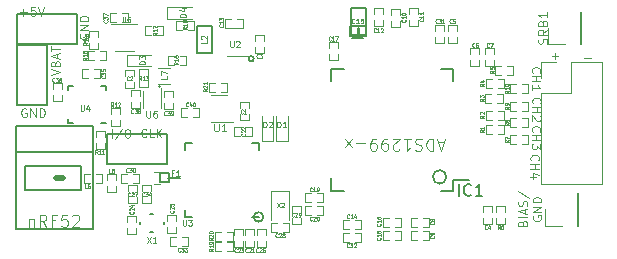
<source format=gto>
G04 #@! TF.FileFunction,Legend,Top*
%FSLAX46Y46*%
G04 Gerber Fmt 4.6, Leading zero omitted, Abs format (unit mm)*
G04 Created by KiCad (PCBNEW 4.0.6) date 09/21/17 15:17:17*
%MOMM*%
%LPD*%
G01*
G04 APERTURE LIST*
%ADD10C,0.150000*%
%ADD11C,0.100000*%
%ADD12C,0.200000*%
%ADD13C,0.125000*%
%ADD14C,0.500000*%
%ADD15C,0.120000*%
%ADD16C,0.071120*%
%ADD17C,0.127000*%
%ADD18C,0.152400*%
%ADD19C,0.250000*%
%ADD20C,0.090000*%
%ADD21C,0.070000*%
%ADD22C,0.114300*%
%ADD23C,0.060000*%
%ADD24C,0.092000*%
%ADD25C,0.095000*%
%ADD26C,0.080000*%
G04 APERTURE END LIST*
D10*
D11*
X271325000Y-115521428D02*
X271289286Y-115592857D01*
X271289286Y-115700000D01*
X271325000Y-115807143D01*
X271396429Y-115878571D01*
X271467857Y-115914286D01*
X271610714Y-115950000D01*
X271717857Y-115950000D01*
X271860714Y-115914286D01*
X271932143Y-115878571D01*
X272003571Y-115807143D01*
X272039286Y-115700000D01*
X272039286Y-115628571D01*
X272003571Y-115521428D01*
X271967857Y-115485714D01*
X271717857Y-115485714D01*
X271717857Y-115628571D01*
X272039286Y-115164286D02*
X271289286Y-115164286D01*
X272039286Y-114735714D01*
X271289286Y-114735714D01*
X272039286Y-114378572D02*
X271289286Y-114378572D01*
X271289286Y-114200000D01*
X271325000Y-114092857D01*
X271396429Y-114021429D01*
X271467857Y-113985714D01*
X271610714Y-113950000D01*
X271717857Y-113950000D01*
X271860714Y-113985714D01*
X271932143Y-114021429D01*
X272003571Y-114092857D01*
X272039286Y-114200000D01*
X272039286Y-114378572D01*
D12*
X265900000Y-123300000D02*
X265900000Y-123290000D01*
X272400000Y-123300000D02*
X265900000Y-123300000D01*
X272400000Y-125500000D02*
X272400000Y-123300000D01*
X265900000Y-125510000D02*
X265900000Y-123310000D01*
X278860000Y-127310000D02*
X278110000Y-127310000D01*
X278860000Y-128060000D02*
X278860000Y-127310000D01*
X278110000Y-128060000D02*
X278860000Y-128060000D01*
X278110000Y-127260000D02*
X278110000Y-128060000D01*
X278780000Y-127700000D02*
X279780000Y-127700000D01*
D11*
X268869286Y-119002142D02*
X269619286Y-118752142D01*
X268869286Y-118502142D01*
X269226429Y-118002143D02*
X269262143Y-117895000D01*
X269297857Y-117859285D01*
X269369286Y-117823571D01*
X269476429Y-117823571D01*
X269547857Y-117859285D01*
X269583571Y-117895000D01*
X269619286Y-117966428D01*
X269619286Y-118252143D01*
X268869286Y-118252143D01*
X268869286Y-118002143D01*
X268905000Y-117930714D01*
X268940714Y-117895000D01*
X269012143Y-117859285D01*
X269083571Y-117859285D01*
X269155000Y-117895000D01*
X269190714Y-117930714D01*
X269226429Y-118002143D01*
X269226429Y-118252143D01*
X269405000Y-117537857D02*
X269405000Y-117180714D01*
X269619286Y-117609285D02*
X268869286Y-117359285D01*
X269619286Y-117109285D01*
X268869286Y-116966428D02*
X268869286Y-116537857D01*
X269619286Y-116752143D02*
X268869286Y-116752143D01*
X266778572Y-121815000D02*
X266707143Y-121779286D01*
X266600000Y-121779286D01*
X266492857Y-121815000D01*
X266421429Y-121886429D01*
X266385714Y-121957857D01*
X266350000Y-122100714D01*
X266350000Y-122207857D01*
X266385714Y-122350714D01*
X266421429Y-122422143D01*
X266492857Y-122493571D01*
X266600000Y-122529286D01*
X266671429Y-122529286D01*
X266778572Y-122493571D01*
X266814286Y-122457857D01*
X266814286Y-122207857D01*
X266671429Y-122207857D01*
X267135714Y-122529286D02*
X267135714Y-121779286D01*
X267564286Y-122529286D01*
X267564286Y-121779286D01*
X267921428Y-122529286D02*
X267921428Y-121779286D01*
X268100000Y-121779286D01*
X268207143Y-121815000D01*
X268278571Y-121886429D01*
X268314286Y-121957857D01*
X268350000Y-122100714D01*
X268350000Y-122207857D01*
X268314286Y-122350714D01*
X268278571Y-122422143D01*
X268207143Y-122493571D01*
X268100000Y-122529286D01*
X267921428Y-122529286D01*
D12*
X286036107Y-117612500D02*
G75*
G03X286036107Y-117612500I-223607J0D01*
G01*
D11*
X311254286Y-117362857D02*
X311825715Y-117362857D01*
X311540001Y-117644762D02*
X311540001Y-117080952D01*
X313968572Y-117508095D02*
X314611429Y-117508095D01*
X309525714Y-126202143D02*
X309490476Y-126166429D01*
X309455238Y-126059286D01*
X309455238Y-125987857D01*
X309490476Y-125880714D01*
X309560952Y-125809286D01*
X309631429Y-125773571D01*
X309772381Y-125737857D01*
X309878095Y-125737857D01*
X310019048Y-125773571D01*
X310089524Y-125809286D01*
X310160000Y-125880714D01*
X310195238Y-125987857D01*
X310195238Y-126059286D01*
X310160000Y-126166429D01*
X310124762Y-126202143D01*
X309455238Y-126523571D02*
X310195238Y-126523571D01*
X309842857Y-126523571D02*
X309842857Y-126952143D01*
X309455238Y-126952143D02*
X310195238Y-126952143D01*
X309948571Y-127630714D02*
X309455238Y-127630714D01*
X310230476Y-127452143D02*
X309701905Y-127273571D01*
X309701905Y-127737857D01*
X309645714Y-123762143D02*
X309610476Y-123726429D01*
X309575238Y-123619286D01*
X309575238Y-123547857D01*
X309610476Y-123440714D01*
X309680952Y-123369286D01*
X309751429Y-123333571D01*
X309892381Y-123297857D01*
X309998095Y-123297857D01*
X310139048Y-123333571D01*
X310209524Y-123369286D01*
X310280000Y-123440714D01*
X310315238Y-123547857D01*
X310315238Y-123619286D01*
X310280000Y-123726429D01*
X310244762Y-123762143D01*
X309575238Y-124083571D02*
X310315238Y-124083571D01*
X309962857Y-124083571D02*
X309962857Y-124512143D01*
X309575238Y-124512143D02*
X310315238Y-124512143D01*
X310315238Y-124797857D02*
X310315238Y-125262143D01*
X310033333Y-125012143D01*
X310033333Y-125119285D01*
X309998095Y-125190714D01*
X309962857Y-125226428D01*
X309892381Y-125262143D01*
X309716190Y-125262143D01*
X309645714Y-125226428D01*
X309610476Y-125190714D01*
X309575238Y-125119285D01*
X309575238Y-124905000D01*
X309610476Y-124833571D01*
X309645714Y-124797857D01*
X274066668Y-124266667D02*
X274066668Y-123566667D01*
X274900001Y-123533333D02*
X274300001Y-124433333D01*
X275266667Y-123566667D02*
X275400000Y-123566667D01*
X275466667Y-123600000D01*
X275533334Y-123666667D01*
X275566667Y-123800000D01*
X275566667Y-124033333D01*
X275533334Y-124166667D01*
X275466667Y-124233333D01*
X275400000Y-124266667D01*
X275266667Y-124266667D01*
X275200000Y-124233333D01*
X275133334Y-124166667D01*
X275100000Y-124033333D01*
X275100000Y-123800000D01*
X275133334Y-123666667D01*
X275200000Y-123600000D01*
X275266667Y-123566667D01*
D12*
X265900000Y-132000000D02*
X265900000Y-125500000D01*
X272400000Y-132000000D02*
X265900000Y-132000000D01*
X272400000Y-125500000D02*
X272400000Y-132000000D01*
X265900000Y-125500000D02*
X272400000Y-125500000D01*
D13*
X302132857Y-124653333D02*
X301656666Y-124653333D01*
X302228095Y-124367619D02*
X301894762Y-125367619D01*
X301561428Y-124367619D01*
X301228095Y-124367619D02*
X301228095Y-125367619D01*
X300990000Y-125367619D01*
X300847142Y-125320000D01*
X300751904Y-125224762D01*
X300704285Y-125129524D01*
X300656666Y-124939048D01*
X300656666Y-124796190D01*
X300704285Y-124605714D01*
X300751904Y-124510476D01*
X300847142Y-124415238D01*
X300990000Y-124367619D01*
X301228095Y-124367619D01*
X300275714Y-124415238D02*
X300132857Y-124367619D01*
X299894761Y-124367619D01*
X299799523Y-124415238D01*
X299751904Y-124462857D01*
X299704285Y-124558095D01*
X299704285Y-124653333D01*
X299751904Y-124748571D01*
X299799523Y-124796190D01*
X299894761Y-124843810D01*
X300085238Y-124891429D01*
X300180476Y-124939048D01*
X300228095Y-124986667D01*
X300275714Y-125081905D01*
X300275714Y-125177143D01*
X300228095Y-125272381D01*
X300180476Y-125320000D01*
X300085238Y-125367619D01*
X299847142Y-125367619D01*
X299704285Y-125320000D01*
X298751904Y-124367619D02*
X299323333Y-124367619D01*
X299037619Y-124367619D02*
X299037619Y-125367619D01*
X299132857Y-125224762D01*
X299228095Y-125129524D01*
X299323333Y-125081905D01*
X298370952Y-125272381D02*
X298323333Y-125320000D01*
X298228095Y-125367619D01*
X297989999Y-125367619D01*
X297894761Y-125320000D01*
X297847142Y-125272381D01*
X297799523Y-125177143D01*
X297799523Y-125081905D01*
X297847142Y-124939048D01*
X298418571Y-124367619D01*
X297799523Y-124367619D01*
X297323333Y-124367619D02*
X297132857Y-124367619D01*
X297037618Y-124415238D01*
X296989999Y-124462857D01*
X296894761Y-124605714D01*
X296847142Y-124796190D01*
X296847142Y-125177143D01*
X296894761Y-125272381D01*
X296942380Y-125320000D01*
X297037618Y-125367619D01*
X297228095Y-125367619D01*
X297323333Y-125320000D01*
X297370952Y-125272381D01*
X297418571Y-125177143D01*
X297418571Y-124939048D01*
X297370952Y-124843810D01*
X297323333Y-124796190D01*
X297228095Y-124748571D01*
X297037618Y-124748571D01*
X296942380Y-124796190D01*
X296894761Y-124843810D01*
X296847142Y-124939048D01*
X296370952Y-124367619D02*
X296180476Y-124367619D01*
X296085237Y-124415238D01*
X296037618Y-124462857D01*
X295942380Y-124605714D01*
X295894761Y-124796190D01*
X295894761Y-125177143D01*
X295942380Y-125272381D01*
X295989999Y-125320000D01*
X296085237Y-125367619D01*
X296275714Y-125367619D01*
X296370952Y-125320000D01*
X296418571Y-125272381D01*
X296466190Y-125177143D01*
X296466190Y-124939048D01*
X296418571Y-124843810D01*
X296370952Y-124796190D01*
X296275714Y-124748571D01*
X296085237Y-124748571D01*
X295989999Y-124796190D01*
X295942380Y-124843810D01*
X295894761Y-124939048D01*
X295466190Y-124748571D02*
X294704285Y-124748571D01*
X294323333Y-124367619D02*
X293799523Y-125034286D01*
X294323333Y-125034286D02*
X293799523Y-124367619D01*
X267014762Y-131145714D02*
X267014762Y-131812381D01*
X267014762Y-131240952D02*
X267062381Y-131193333D01*
X267157619Y-131145714D01*
X267300477Y-131145714D01*
X267395715Y-131193333D01*
X267443334Y-131288571D01*
X267443334Y-131812381D01*
X268490953Y-131812381D02*
X268157619Y-131336190D01*
X267919524Y-131812381D02*
X267919524Y-130812381D01*
X268300477Y-130812381D01*
X268395715Y-130860000D01*
X268443334Y-130907619D01*
X268490953Y-131002857D01*
X268490953Y-131145714D01*
X268443334Y-131240952D01*
X268395715Y-131288571D01*
X268300477Y-131336190D01*
X267919524Y-131336190D01*
X269252858Y-131288571D02*
X268919524Y-131288571D01*
X268919524Y-131812381D02*
X268919524Y-130812381D01*
X269395715Y-130812381D01*
X270252858Y-130812381D02*
X269776667Y-130812381D01*
X269729048Y-131288571D01*
X269776667Y-131240952D01*
X269871905Y-131193333D01*
X270110001Y-131193333D01*
X270205239Y-131240952D01*
X270252858Y-131288571D01*
X270300477Y-131383810D01*
X270300477Y-131621905D01*
X270252858Y-131717143D01*
X270205239Y-131764762D01*
X270110001Y-131812381D01*
X269871905Y-131812381D01*
X269776667Y-131764762D01*
X269729048Y-131717143D01*
X270681429Y-130907619D02*
X270729048Y-130860000D01*
X270824286Y-130812381D01*
X271062382Y-130812381D01*
X271157620Y-130860000D01*
X271205239Y-130907619D01*
X271252858Y-131002857D01*
X271252858Y-131098095D01*
X271205239Y-131240952D01*
X270633810Y-131812381D01*
X271252858Y-131812381D01*
D11*
X308802143Y-131526429D02*
X308837381Y-131419286D01*
X308872619Y-131383571D01*
X308943095Y-131347857D01*
X309048810Y-131347857D01*
X309119286Y-131383571D01*
X309154524Y-131419286D01*
X309189762Y-131490714D01*
X309189762Y-131776429D01*
X308449762Y-131776429D01*
X308449762Y-131526429D01*
X308485000Y-131455000D01*
X308520238Y-131419286D01*
X308590714Y-131383571D01*
X308661190Y-131383571D01*
X308731667Y-131419286D01*
X308766905Y-131455000D01*
X308802143Y-131526429D01*
X308802143Y-131776429D01*
X309189762Y-131026429D02*
X308449762Y-131026429D01*
X308978333Y-130705000D02*
X308978333Y-130347857D01*
X309189762Y-130776428D02*
X308449762Y-130526428D01*
X309189762Y-130276428D01*
X309154524Y-130062143D02*
X309189762Y-129955000D01*
X309189762Y-129776429D01*
X309154524Y-129705000D01*
X309119286Y-129669286D01*
X309048810Y-129633571D01*
X308978333Y-129633571D01*
X308907857Y-129669286D01*
X308872619Y-129705000D01*
X308837381Y-129776429D01*
X308802143Y-129919286D01*
X308766905Y-129990714D01*
X308731667Y-130026429D01*
X308661190Y-130062143D01*
X308590714Y-130062143D01*
X308520238Y-130026429D01*
X308485000Y-129990714D01*
X308449762Y-129919286D01*
X308449762Y-129740714D01*
X308485000Y-129633571D01*
X308414524Y-128776428D02*
X309365952Y-129419285D01*
X309695000Y-130901428D02*
X309659762Y-130972857D01*
X309659762Y-131080000D01*
X309695000Y-131187143D01*
X309765476Y-131258571D01*
X309835952Y-131294286D01*
X309976905Y-131330000D01*
X310082619Y-131330000D01*
X310223571Y-131294286D01*
X310294048Y-131258571D01*
X310364524Y-131187143D01*
X310399762Y-131080000D01*
X310399762Y-131008571D01*
X310364524Y-130901428D01*
X310329286Y-130865714D01*
X310082619Y-130865714D01*
X310082619Y-131008571D01*
X310399762Y-130544286D02*
X309659762Y-130544286D01*
X310399762Y-130115714D01*
X309659762Y-130115714D01*
X310399762Y-129758572D02*
X309659762Y-129758572D01*
X309659762Y-129580000D01*
X309695000Y-129472857D01*
X309765476Y-129401429D01*
X309835952Y-129365714D01*
X309976905Y-129330000D01*
X310082619Y-129330000D01*
X310223571Y-129365714D01*
X310294048Y-129401429D01*
X310364524Y-129472857D01*
X310399762Y-129580000D01*
X310399762Y-129758572D01*
X309675714Y-121362143D02*
X309640476Y-121326429D01*
X309605238Y-121219286D01*
X309605238Y-121147857D01*
X309640476Y-121040714D01*
X309710952Y-120969286D01*
X309781429Y-120933571D01*
X309922381Y-120897857D01*
X310028095Y-120897857D01*
X310169048Y-120933571D01*
X310239524Y-120969286D01*
X310310000Y-121040714D01*
X310345238Y-121147857D01*
X310345238Y-121219286D01*
X310310000Y-121326429D01*
X310274762Y-121362143D01*
X309605238Y-121683571D02*
X310345238Y-121683571D01*
X309992857Y-121683571D02*
X309992857Y-122112143D01*
X309605238Y-122112143D02*
X310345238Y-122112143D01*
X310274762Y-122433571D02*
X310310000Y-122469285D01*
X310345238Y-122540714D01*
X310345238Y-122719285D01*
X310310000Y-122790714D01*
X310274762Y-122826428D01*
X310204286Y-122862143D01*
X310133810Y-122862143D01*
X310028095Y-122826428D01*
X309605238Y-122397857D01*
X309605238Y-122862143D01*
X310849524Y-116311429D02*
X310884762Y-116204286D01*
X310884762Y-116025715D01*
X310849524Y-115954286D01*
X310814286Y-115918572D01*
X310743810Y-115882857D01*
X310673333Y-115882857D01*
X310602857Y-115918572D01*
X310567619Y-115954286D01*
X310532381Y-116025715D01*
X310497143Y-116168572D01*
X310461905Y-116240000D01*
X310426667Y-116275715D01*
X310356190Y-116311429D01*
X310285714Y-116311429D01*
X310215238Y-116275715D01*
X310180000Y-116240000D01*
X310144762Y-116168572D01*
X310144762Y-115990000D01*
X310180000Y-115882857D01*
X310884762Y-115132857D02*
X310532381Y-115382857D01*
X310884762Y-115561429D02*
X310144762Y-115561429D01*
X310144762Y-115275714D01*
X310180000Y-115204286D01*
X310215238Y-115168571D01*
X310285714Y-115132857D01*
X310391429Y-115132857D01*
X310461905Y-115168571D01*
X310497143Y-115204286D01*
X310532381Y-115275714D01*
X310532381Y-115561429D01*
X310497143Y-114561429D02*
X310532381Y-114454286D01*
X310567619Y-114418571D01*
X310638095Y-114382857D01*
X310743810Y-114382857D01*
X310814286Y-114418571D01*
X310849524Y-114454286D01*
X310884762Y-114525714D01*
X310884762Y-114811429D01*
X310144762Y-114811429D01*
X310144762Y-114561429D01*
X310180000Y-114490000D01*
X310215238Y-114454286D01*
X310285714Y-114418571D01*
X310356190Y-114418571D01*
X310426667Y-114454286D01*
X310461905Y-114490000D01*
X310497143Y-114561429D01*
X310497143Y-114811429D01*
X310884762Y-113668571D02*
X310884762Y-114097143D01*
X310884762Y-113882857D02*
X310144762Y-113882857D01*
X310250476Y-113954286D01*
X310320952Y-114025714D01*
X310356190Y-114097143D01*
X309645714Y-118772143D02*
X309610476Y-118736429D01*
X309575238Y-118629286D01*
X309575238Y-118557857D01*
X309610476Y-118450714D01*
X309680952Y-118379286D01*
X309751429Y-118343571D01*
X309892381Y-118307857D01*
X309998095Y-118307857D01*
X310139048Y-118343571D01*
X310209524Y-118379286D01*
X310280000Y-118450714D01*
X310315238Y-118557857D01*
X310315238Y-118629286D01*
X310280000Y-118736429D01*
X310244762Y-118772143D01*
X309575238Y-119093571D02*
X310315238Y-119093571D01*
X309962857Y-119093571D02*
X309962857Y-119522143D01*
X309575238Y-119522143D02*
X310315238Y-119522143D01*
X309575238Y-120272143D02*
X309575238Y-119843571D01*
X309575238Y-120057857D02*
X310315238Y-120057857D01*
X310209524Y-119986428D01*
X310139048Y-119915000D01*
X310103810Y-119843571D01*
D12*
X302345088Y-127600000D02*
G75*
G03X302345088Y-127600000I-570088J0D01*
G01*
X286853113Y-130990000D02*
G75*
G03X286853113Y-130990000I-403113J0D01*
G01*
D11*
X276953334Y-124180000D02*
X276920000Y-124213333D01*
X276820000Y-124246667D01*
X276753334Y-124246667D01*
X276653334Y-124213333D01*
X276586667Y-124146667D01*
X276553334Y-124080000D01*
X276520000Y-123946667D01*
X276520000Y-123846667D01*
X276553334Y-123713333D01*
X276586667Y-123646667D01*
X276653334Y-123580000D01*
X276753334Y-123546667D01*
X276820000Y-123546667D01*
X276920000Y-123580000D01*
X276953334Y-123613333D01*
X277586667Y-124246667D02*
X277253334Y-124246667D01*
X277253334Y-123546667D01*
X277820001Y-124246667D02*
X277820001Y-123546667D01*
X278220001Y-124246667D02*
X277920001Y-123846667D01*
X278220001Y-123546667D02*
X277820001Y-123946667D01*
X266245714Y-113663571D02*
X266817143Y-113663571D01*
X266531429Y-113949286D02*
X266531429Y-113377857D01*
X267531428Y-113199286D02*
X267174285Y-113199286D01*
X267138571Y-113556429D01*
X267174285Y-113520714D01*
X267245714Y-113485000D01*
X267424285Y-113485000D01*
X267495714Y-113520714D01*
X267531428Y-113556429D01*
X267567143Y-113627857D01*
X267567143Y-113806429D01*
X267531428Y-113877857D01*
X267495714Y-113913571D01*
X267424285Y-113949286D01*
X267245714Y-113949286D01*
X267174285Y-113913571D01*
X267138571Y-113877857D01*
X267781429Y-113199286D02*
X268031429Y-113949286D01*
X268281429Y-113199286D01*
D14*
X269900000Y-127673000D02*
X269320000Y-127673000D01*
D10*
X273512500Y-119877500D02*
X273512500Y-120277500D01*
X273512500Y-119877500D02*
X273112500Y-119877500D01*
X270312500Y-119877500D02*
X270312500Y-120277500D01*
X270312500Y-119877500D02*
X270712500Y-119877500D01*
X270312500Y-123077500D02*
X270312500Y-122677500D01*
X270312500Y-123077500D02*
X270712500Y-123077500D01*
X273512500Y-123077500D02*
X273112500Y-123077500D01*
D15*
X282400000Y-122980000D02*
X284300000Y-122980000D01*
X283800000Y-120660000D02*
X282400000Y-120660000D01*
D16*
X285141000Y-132506000D02*
X285141000Y-131998000D01*
X285141000Y-131998000D02*
X284379000Y-131998000D01*
X284379000Y-131998000D02*
X284379000Y-132506000D01*
X285141000Y-133014000D02*
X285141000Y-133522000D01*
X285141000Y-133522000D02*
X284379000Y-133522000D01*
X284379000Y-133522000D02*
X284379000Y-133014000D01*
X285424000Y-124161000D02*
X285932000Y-124161000D01*
X285932000Y-124161000D02*
X285932000Y-123399000D01*
X285932000Y-123399000D02*
X285424000Y-123399000D01*
X284916000Y-124161000D02*
X284408000Y-124161000D01*
X284408000Y-124161000D02*
X284408000Y-123399000D01*
X284408000Y-123399000D02*
X284916000Y-123399000D01*
X298416000Y-113876000D02*
X298416000Y-113368000D01*
X298416000Y-113368000D02*
X297654000Y-113368000D01*
X297654000Y-113368000D02*
X297654000Y-113876000D01*
X298416000Y-114384000D02*
X298416000Y-114892000D01*
X298416000Y-114892000D02*
X297654000Y-114892000D01*
X297654000Y-114892000D02*
X297654000Y-114384000D01*
X286126500Y-116626500D02*
X286126500Y-117134500D01*
X286126500Y-117134500D02*
X286888500Y-117134500D01*
X286888500Y-117134500D02*
X286888500Y-116626500D01*
X286126500Y-116118500D02*
X286126500Y-115610500D01*
X286126500Y-115610500D02*
X286888500Y-115610500D01*
X286888500Y-115610500D02*
X286888500Y-116118500D01*
X284103500Y-114191500D02*
X283595500Y-114191500D01*
X283595500Y-114191500D02*
X283595500Y-114953500D01*
X283595500Y-114953500D02*
X284103500Y-114953500D01*
X284611500Y-114191500D02*
X285119500Y-114191500D01*
X285119500Y-114191500D02*
X285119500Y-114953500D01*
X285119500Y-114953500D02*
X284611500Y-114953500D01*
D17*
X282492500Y-114829500D02*
X282492500Y-117115500D01*
X282492500Y-117115500D02*
X281222500Y-117115500D01*
X281222500Y-117115500D02*
X281222500Y-114829500D01*
X281222500Y-114829500D02*
X282492500Y-114829500D01*
D15*
X283757500Y-117332500D02*
X285657500Y-117332500D01*
X285157500Y-115012500D02*
X283757500Y-115012500D01*
X283757500Y-117332500D02*
X285657500Y-117332500D01*
X285157500Y-115012500D02*
X283757500Y-115012500D01*
D17*
X282492500Y-114829500D02*
X282492500Y-117115500D01*
X282492500Y-117115500D02*
X281222500Y-117115500D01*
X281222500Y-117115500D02*
X281222500Y-114829500D01*
X281222500Y-114829500D02*
X282492500Y-114829500D01*
D16*
X284103500Y-114191500D02*
X283595500Y-114191500D01*
X283595500Y-114191500D02*
X283595500Y-114953500D01*
X283595500Y-114953500D02*
X284103500Y-114953500D01*
X284611500Y-114191500D02*
X285119500Y-114191500D01*
X285119500Y-114191500D02*
X285119500Y-114953500D01*
X285119500Y-114953500D02*
X284611500Y-114953500D01*
X286126500Y-116626500D02*
X286126500Y-117134500D01*
X286126500Y-117134500D02*
X286888500Y-117134500D01*
X286888500Y-117134500D02*
X286888500Y-116626500D01*
X286126500Y-116118500D02*
X286126500Y-115610500D01*
X286126500Y-115610500D02*
X286888500Y-115610500D01*
X286888500Y-115610500D02*
X286888500Y-116118500D01*
X284839000Y-122304000D02*
X284839000Y-122812000D01*
X284839000Y-122812000D02*
X285601000Y-122812000D01*
X285601000Y-122812000D02*
X285601000Y-122304000D01*
X284839000Y-121796000D02*
X284839000Y-121288000D01*
X284839000Y-121288000D02*
X285601000Y-121288000D01*
X285601000Y-121288000D02*
X285601000Y-121796000D01*
X280914000Y-122561000D02*
X281422000Y-122561000D01*
X281422000Y-122561000D02*
X281422000Y-121799000D01*
X281422000Y-121799000D02*
X280914000Y-121799000D01*
X280406000Y-122561000D02*
X279898000Y-122561000D01*
X279898000Y-122561000D02*
X279898000Y-121799000D01*
X279898000Y-121799000D02*
X280406000Y-121799000D01*
X282756000Y-119619000D02*
X282248000Y-119619000D01*
X282248000Y-119619000D02*
X282248000Y-120381000D01*
X282248000Y-120381000D02*
X282756000Y-120381000D01*
X283264000Y-119619000D02*
X283772000Y-119619000D01*
X283772000Y-119619000D02*
X283772000Y-120381000D01*
X283772000Y-120381000D02*
X283264000Y-120381000D01*
X287041000Y-132506000D02*
X287041000Y-131998000D01*
X287041000Y-131998000D02*
X286279000Y-131998000D01*
X286279000Y-131998000D02*
X286279000Y-132506000D01*
X287041000Y-133014000D02*
X287041000Y-133522000D01*
X287041000Y-133522000D02*
X286279000Y-133522000D01*
X286279000Y-133522000D02*
X286279000Y-133014000D01*
D18*
X265980000Y-116440000D02*
X268520000Y-116440000D01*
X268520000Y-116440000D02*
X268520000Y-121520000D01*
X268520000Y-121520000D02*
X265980000Y-121520000D01*
X265980000Y-121520000D02*
X265980000Y-116440000D01*
D16*
X276443500Y-120738500D02*
X276443500Y-120230500D01*
X276443500Y-120230500D02*
X275681500Y-120230500D01*
X275681500Y-120230500D02*
X275681500Y-120738500D01*
X276443500Y-121246500D02*
X276443500Y-121754500D01*
X276443500Y-121754500D02*
X275681500Y-121754500D01*
X275681500Y-121754500D02*
X275681500Y-121246500D01*
X275903500Y-119018500D02*
X275903500Y-118510500D01*
X275903500Y-118510500D02*
X275141500Y-118510500D01*
X275141500Y-118510500D02*
X275141500Y-119018500D01*
X275903500Y-119526500D02*
X275903500Y-120034500D01*
X275903500Y-120034500D02*
X275141500Y-120034500D01*
X275141500Y-120034500D02*
X275141500Y-119526500D01*
X279183500Y-120838500D02*
X279183500Y-120330500D01*
X279183500Y-120330500D02*
X278421500Y-120330500D01*
X278421500Y-120330500D02*
X278421500Y-120838500D01*
X279183500Y-121346500D02*
X279183500Y-121854500D01*
X279183500Y-121854500D02*
X278421500Y-121854500D01*
X278421500Y-121854500D02*
X278421500Y-121346500D01*
X276311500Y-119486500D02*
X276311500Y-119994500D01*
X276311500Y-119994500D02*
X277073500Y-119994500D01*
X277073500Y-119994500D02*
X277073500Y-119486500D01*
X276311500Y-118978500D02*
X276311500Y-118470500D01*
X276311500Y-118470500D02*
X277073500Y-118470500D01*
X277073500Y-118470500D02*
X277073500Y-118978500D01*
X277884000Y-115561000D02*
X278392000Y-115561000D01*
X278392000Y-115561000D02*
X278392000Y-114799000D01*
X278392000Y-114799000D02*
X277884000Y-114799000D01*
X277376000Y-115561000D02*
X276868000Y-115561000D01*
X276868000Y-115561000D02*
X276868000Y-114799000D01*
X276868000Y-114799000D02*
X277376000Y-114799000D01*
X272094000Y-116239000D02*
X272094000Y-116747000D01*
X272094000Y-116747000D02*
X272856000Y-116747000D01*
X272856000Y-116747000D02*
X272856000Y-116239000D01*
X272094000Y-115731000D02*
X272094000Y-115223000D01*
X272094000Y-115223000D02*
X272856000Y-115223000D01*
X272856000Y-115223000D02*
X272856000Y-115731000D01*
X279774000Y-118111000D02*
X280282000Y-118111000D01*
X280282000Y-118111000D02*
X280282000Y-117349000D01*
X280282000Y-117349000D02*
X279774000Y-117349000D01*
X279266000Y-118111000D02*
X278758000Y-118111000D01*
X278758000Y-118111000D02*
X278758000Y-117349000D01*
X278758000Y-117349000D02*
X279266000Y-117349000D01*
X272541000Y-116974000D02*
X272033000Y-116974000D01*
X272033000Y-116974000D02*
X272033000Y-117736000D01*
X272033000Y-117736000D02*
X272541000Y-117736000D01*
X273049000Y-116974000D02*
X273557000Y-116974000D01*
X273557000Y-116974000D02*
X273557000Y-117736000D01*
X273557000Y-117736000D02*
X273049000Y-117736000D01*
X279996000Y-114379000D02*
X279488000Y-114379000D01*
X279488000Y-114379000D02*
X279488000Y-115141000D01*
X279488000Y-115141000D02*
X279996000Y-115141000D01*
X280504000Y-114379000D02*
X281012000Y-114379000D01*
X281012000Y-114379000D02*
X281012000Y-115141000D01*
X281012000Y-115141000D02*
X280504000Y-115141000D01*
D15*
X278700000Y-113210000D02*
X278700000Y-114210000D01*
X278700000Y-114210000D02*
X280800000Y-114210000D01*
X278700000Y-113210000D02*
X280800000Y-113210000D01*
X275280000Y-117240000D02*
X275280000Y-118240000D01*
X275280000Y-118240000D02*
X277380000Y-118240000D01*
X275280000Y-117240000D02*
X277380000Y-117240000D01*
X286710000Y-124535000D02*
X287710000Y-124535000D01*
X287710000Y-124535000D02*
X287710000Y-122435000D01*
X286710000Y-124535000D02*
X286710000Y-122435000D01*
D16*
X283231000Y-132229000D02*
X282723000Y-132229000D01*
X282723000Y-132229000D02*
X282723000Y-132991000D01*
X282723000Y-132991000D02*
X283231000Y-132991000D01*
X283739000Y-132229000D02*
X284247000Y-132229000D01*
X284247000Y-132229000D02*
X284247000Y-132991000D01*
X284247000Y-132991000D02*
X283739000Y-132991000D01*
X283734000Y-133881000D02*
X284242000Y-133881000D01*
X284242000Y-133881000D02*
X284242000Y-133119000D01*
X284242000Y-133119000D02*
X283734000Y-133119000D01*
X283226000Y-133881000D02*
X282718000Y-133881000D01*
X282718000Y-133881000D02*
X282718000Y-133119000D01*
X282718000Y-133119000D02*
X283226000Y-133119000D01*
X285329000Y-133014000D02*
X285329000Y-133522000D01*
X285329000Y-133522000D02*
X286091000Y-133522000D01*
X286091000Y-133522000D02*
X286091000Y-133014000D01*
X285329000Y-132506000D02*
X285329000Y-131998000D01*
X285329000Y-131998000D02*
X286091000Y-131998000D01*
X286091000Y-131998000D02*
X286091000Y-132506000D01*
X274691000Y-122281000D02*
X274691000Y-121773000D01*
X274691000Y-121773000D02*
X273929000Y-121773000D01*
X273929000Y-121773000D02*
X273929000Y-122281000D01*
X274691000Y-122789000D02*
X274691000Y-123297000D01*
X274691000Y-123297000D02*
X273929000Y-123297000D01*
X273929000Y-123297000D02*
X273929000Y-122789000D01*
X272659000Y-124704000D02*
X272659000Y-125212000D01*
X272659000Y-125212000D02*
X273421000Y-125212000D01*
X273421000Y-125212000D02*
X273421000Y-124704000D01*
X272659000Y-124196000D02*
X272659000Y-123688000D01*
X272659000Y-123688000D02*
X273421000Y-123688000D01*
X273421000Y-123688000D02*
X273421000Y-124196000D01*
X269029000Y-120664000D02*
X269029000Y-121172000D01*
X269029000Y-121172000D02*
X269791000Y-121172000D01*
X269791000Y-121172000D02*
X269791000Y-120664000D01*
X269029000Y-120156000D02*
X269029000Y-119648000D01*
X269029000Y-119648000D02*
X269791000Y-119648000D01*
X269791000Y-119648000D02*
X269791000Y-120156000D01*
X271988500Y-118456500D02*
X271480500Y-118456500D01*
X271480500Y-118456500D02*
X271480500Y-119218500D01*
X271480500Y-119218500D02*
X271988500Y-119218500D01*
X272496500Y-118456500D02*
X273004500Y-118456500D01*
X273004500Y-118456500D02*
X273004500Y-119218500D01*
X273004500Y-119218500D02*
X272496500Y-119218500D01*
D15*
X277610000Y-128230000D02*
X278110000Y-128230000D01*
X278110000Y-127170000D02*
X277610000Y-127170000D01*
D16*
X276569000Y-129334000D02*
X276569000Y-129842000D01*
X276569000Y-129842000D02*
X277331000Y-129842000D01*
X277331000Y-129842000D02*
X277331000Y-129334000D01*
X276569000Y-128826000D02*
X276569000Y-128318000D01*
X276569000Y-128318000D02*
X277331000Y-128318000D01*
X277331000Y-128318000D02*
X277331000Y-128826000D01*
X279446000Y-132709000D02*
X278938000Y-132709000D01*
X278938000Y-132709000D02*
X278938000Y-133471000D01*
X278938000Y-133471000D02*
X279446000Y-133471000D01*
X279954000Y-132709000D02*
X280462000Y-132709000D01*
X280462000Y-132709000D02*
X280462000Y-133471000D01*
X280462000Y-133471000D02*
X279954000Y-133471000D01*
X308221000Y-121249000D02*
X307713000Y-121249000D01*
X307713000Y-121249000D02*
X307713000Y-122011000D01*
X307713000Y-122011000D02*
X308221000Y-122011000D01*
X308729000Y-121249000D02*
X309237000Y-121249000D01*
X309237000Y-121249000D02*
X309237000Y-122011000D01*
X309237000Y-122011000D02*
X308729000Y-122011000D01*
X308221000Y-124089000D02*
X307713000Y-124089000D01*
X307713000Y-124089000D02*
X307713000Y-124851000D01*
X307713000Y-124851000D02*
X308221000Y-124851000D01*
X308729000Y-124089000D02*
X309237000Y-124089000D01*
X309237000Y-124089000D02*
X309237000Y-124851000D01*
X309237000Y-124851000D02*
X308729000Y-124851000D01*
X308211000Y-122619000D02*
X307703000Y-122619000D01*
X307703000Y-122619000D02*
X307703000Y-123381000D01*
X307703000Y-123381000D02*
X308211000Y-123381000D01*
X308719000Y-122619000D02*
X309227000Y-122619000D01*
X309227000Y-122619000D02*
X309227000Y-123381000D01*
X309227000Y-123381000D02*
X308719000Y-123381000D01*
X308221000Y-119694000D02*
X307713000Y-119694000D01*
X307713000Y-119694000D02*
X307713000Y-120456000D01*
X307713000Y-120456000D02*
X308221000Y-120456000D01*
X308729000Y-119694000D02*
X309237000Y-119694000D01*
X309237000Y-119694000D02*
X309237000Y-120456000D01*
X309237000Y-120456000D02*
X308729000Y-120456000D01*
D15*
X313645000Y-116390000D02*
X313765000Y-116390000D01*
X313765000Y-116390000D02*
X313765000Y-113610000D01*
X313765000Y-113610000D02*
X313645000Y-113610000D01*
X313645000Y-113610000D02*
X313645000Y-116390000D01*
X312375000Y-116390000D02*
X310985000Y-116390000D01*
X310985000Y-116390000D02*
X310985000Y-115000000D01*
D10*
X295575000Y-115700000D02*
X294225000Y-115700000D01*
X295575000Y-114800000D02*
X295575000Y-115650000D01*
X294175000Y-114850000D02*
X294175000Y-115700000D01*
X294275000Y-114800000D02*
X295425000Y-114800000D01*
X294375000Y-115800000D02*
X295325000Y-115800000D01*
X294325000Y-115700000D02*
X295425000Y-115700000D01*
X294275000Y-114850000D02*
X295475000Y-114850000D01*
D19*
X294875000Y-115500000D02*
X294875000Y-115000000D01*
D17*
X294240000Y-115593000D02*
X294240000Y-113307000D01*
X294240000Y-113307000D02*
X295510000Y-113307000D01*
X295510000Y-113307000D02*
X295510000Y-115593000D01*
X295510000Y-115593000D02*
X294240000Y-115593000D01*
D18*
X278700000Y-123965000D02*
X278700000Y-126505000D01*
X278700000Y-126505000D02*
X273620000Y-126505000D01*
X273620000Y-126505000D02*
X273620000Y-123965000D01*
X273620000Y-123965000D02*
X278700000Y-123965000D01*
D16*
X303231000Y-115271000D02*
X303231000Y-114763000D01*
X303231000Y-114763000D02*
X302469000Y-114763000D01*
X302469000Y-114763000D02*
X302469000Y-115271000D01*
X303231000Y-115779000D02*
X303231000Y-116287000D01*
X303231000Y-116287000D02*
X302469000Y-116287000D01*
X302469000Y-116287000D02*
X302469000Y-115779000D01*
D10*
X302950000Y-128775000D02*
X302950000Y-127825000D01*
X292600000Y-128775000D02*
X292600000Y-127725000D01*
X292600000Y-118425000D02*
X292600000Y-119475000D01*
X302950000Y-118425000D02*
X302950000Y-119475000D01*
X302950000Y-128775000D02*
X301900000Y-128775000D01*
X302950000Y-118425000D02*
X301900000Y-118425000D01*
X292600000Y-118425000D02*
X293650000Y-118425000D01*
X292600000Y-128775000D02*
X293650000Y-128775000D01*
X302950000Y-127825000D02*
X304225000Y-127825000D01*
D16*
X294071000Y-131269000D02*
X293563000Y-131269000D01*
X293563000Y-131269000D02*
X293563000Y-132031000D01*
X293563000Y-132031000D02*
X294071000Y-132031000D01*
X294579000Y-131269000D02*
X295087000Y-131269000D01*
X295087000Y-131269000D02*
X295087000Y-132031000D01*
X295087000Y-132031000D02*
X294579000Y-132031000D01*
X294071000Y-132319000D02*
X293563000Y-132319000D01*
X293563000Y-132319000D02*
X293563000Y-133081000D01*
X293563000Y-133081000D02*
X294071000Y-133081000D01*
X294579000Y-132319000D02*
X295087000Y-132319000D01*
X295087000Y-132319000D02*
X295087000Y-133081000D01*
X295087000Y-133081000D02*
X294579000Y-133081000D01*
X296194000Y-114354000D02*
X296194000Y-114862000D01*
X296194000Y-114862000D02*
X296956000Y-114862000D01*
X296956000Y-114862000D02*
X296956000Y-114354000D01*
X296194000Y-113846000D02*
X296194000Y-113338000D01*
X296194000Y-113338000D02*
X296956000Y-113338000D01*
X296956000Y-113338000D02*
X296956000Y-113846000D01*
X302181000Y-115271000D02*
X302181000Y-114763000D01*
X302181000Y-114763000D02*
X301419000Y-114763000D01*
X301419000Y-114763000D02*
X301419000Y-115271000D01*
X302181000Y-115779000D02*
X302181000Y-116287000D01*
X302181000Y-116287000D02*
X301419000Y-116287000D01*
X301419000Y-116287000D02*
X301419000Y-115779000D01*
X290921000Y-128994000D02*
X290413000Y-128994000D01*
X290413000Y-128994000D02*
X290413000Y-129756000D01*
X290413000Y-129756000D02*
X290921000Y-129756000D01*
X291429000Y-128994000D02*
X291937000Y-128994000D01*
X291937000Y-128994000D02*
X291937000Y-129756000D01*
X291937000Y-129756000D02*
X291429000Y-129756000D01*
X306996000Y-118194000D02*
X306488000Y-118194000D01*
X306488000Y-118194000D02*
X306488000Y-118956000D01*
X306488000Y-118956000D02*
X306996000Y-118956000D01*
X307504000Y-118194000D02*
X308012000Y-118194000D01*
X308012000Y-118194000D02*
X308012000Y-118956000D01*
X308012000Y-118956000D02*
X307504000Y-118956000D01*
X291429000Y-130831000D02*
X291937000Y-130831000D01*
X291937000Y-130831000D02*
X291937000Y-130069000D01*
X291937000Y-130069000D02*
X291429000Y-130069000D01*
X290921000Y-130831000D02*
X290413000Y-130831000D01*
X290413000Y-130831000D02*
X290413000Y-130069000D01*
X290413000Y-130069000D02*
X290921000Y-130069000D01*
X297471000Y-132169000D02*
X296963000Y-132169000D01*
X296963000Y-132169000D02*
X296963000Y-132931000D01*
X296963000Y-132931000D02*
X297471000Y-132931000D01*
X297979000Y-132169000D02*
X298487000Y-132169000D01*
X298487000Y-132169000D02*
X298487000Y-132931000D01*
X298487000Y-132931000D02*
X297979000Y-132931000D01*
X297471000Y-131044000D02*
X296963000Y-131044000D01*
X296963000Y-131044000D02*
X296963000Y-131806000D01*
X296963000Y-131806000D02*
X297471000Y-131806000D01*
X297979000Y-131044000D02*
X298487000Y-131044000D01*
X298487000Y-131044000D02*
X298487000Y-131806000D01*
X298487000Y-131806000D02*
X297979000Y-131806000D01*
X300329000Y-132981000D02*
X300837000Y-132981000D01*
X300837000Y-132981000D02*
X300837000Y-132219000D01*
X300837000Y-132219000D02*
X300329000Y-132219000D01*
X299821000Y-132981000D02*
X299313000Y-132981000D01*
X299313000Y-132981000D02*
X299313000Y-132219000D01*
X299313000Y-132219000D02*
X299821000Y-132219000D01*
X293131000Y-116671000D02*
X293131000Y-116163000D01*
X293131000Y-116163000D02*
X292369000Y-116163000D01*
X292369000Y-116163000D02*
X292369000Y-116671000D01*
X293131000Y-117179000D02*
X293131000Y-117687000D01*
X293131000Y-117687000D02*
X292369000Y-117687000D01*
X292369000Y-117687000D02*
X292369000Y-117179000D01*
X300329000Y-131806000D02*
X300837000Y-131806000D01*
X300837000Y-131806000D02*
X300837000Y-131044000D01*
X300837000Y-131044000D02*
X300329000Y-131044000D01*
X299821000Y-131806000D02*
X299313000Y-131806000D01*
X299313000Y-131806000D02*
X299313000Y-131044000D01*
X299313000Y-131044000D02*
X299821000Y-131044000D01*
X299931000Y-113846000D02*
X299931000Y-113338000D01*
X299931000Y-113338000D02*
X299169000Y-113338000D01*
X299169000Y-113338000D02*
X299169000Y-113846000D01*
X299931000Y-114354000D02*
X299931000Y-114862000D01*
X299931000Y-114862000D02*
X299169000Y-114862000D01*
X299169000Y-114862000D02*
X299169000Y-114354000D01*
X306356000Y-117196000D02*
X306356000Y-116688000D01*
X306356000Y-116688000D02*
X305594000Y-116688000D01*
X305594000Y-116688000D02*
X305594000Y-117196000D01*
X306356000Y-117704000D02*
X306356000Y-118212000D01*
X306356000Y-118212000D02*
X305594000Y-118212000D01*
X305594000Y-118212000D02*
X305594000Y-117704000D01*
X305131000Y-117196000D02*
X305131000Y-116688000D01*
X305131000Y-116688000D02*
X304369000Y-116688000D01*
X304369000Y-116688000D02*
X304369000Y-117196000D01*
X305131000Y-117704000D02*
X305131000Y-118212000D01*
X305131000Y-118212000D02*
X304369000Y-118212000D01*
X304369000Y-118212000D02*
X304369000Y-117704000D01*
X274884000Y-114501000D02*
X275392000Y-114501000D01*
X275392000Y-114501000D02*
X275392000Y-113739000D01*
X275392000Y-113739000D02*
X274884000Y-113739000D01*
X274376000Y-114501000D02*
X273868000Y-114501000D01*
X273868000Y-114501000D02*
X273868000Y-113739000D01*
X273868000Y-113739000D02*
X274376000Y-113739000D01*
X305469000Y-131054000D02*
X305469000Y-131562000D01*
X305469000Y-131562000D02*
X306231000Y-131562000D01*
X306231000Y-131562000D02*
X306231000Y-131054000D01*
X305469000Y-130546000D02*
X305469000Y-130038000D01*
X305469000Y-130038000D02*
X306231000Y-130038000D01*
X306231000Y-130038000D02*
X306231000Y-130546000D01*
X306569000Y-131054000D02*
X306569000Y-131562000D01*
X306569000Y-131562000D02*
X307331000Y-131562000D01*
X307331000Y-131562000D02*
X307331000Y-131054000D01*
X306569000Y-130546000D02*
X306569000Y-130038000D01*
X306569000Y-130038000D02*
X307331000Y-130038000D01*
X307331000Y-130038000D02*
X307331000Y-130546000D01*
X306171000Y-119319000D02*
X305663000Y-119319000D01*
X305663000Y-119319000D02*
X305663000Y-120081000D01*
X305663000Y-120081000D02*
X306171000Y-120081000D01*
X306679000Y-119319000D02*
X307187000Y-119319000D01*
X307187000Y-119319000D02*
X307187000Y-120081000D01*
X307187000Y-120081000D02*
X306679000Y-120081000D01*
X306146000Y-120569000D02*
X305638000Y-120569000D01*
X305638000Y-120569000D02*
X305638000Y-121331000D01*
X305638000Y-121331000D02*
X306146000Y-121331000D01*
X306654000Y-120569000D02*
X307162000Y-120569000D01*
X307162000Y-120569000D02*
X307162000Y-121331000D01*
X307162000Y-121331000D02*
X306654000Y-121331000D01*
X306171000Y-122009000D02*
X305663000Y-122009000D01*
X305663000Y-122009000D02*
X305663000Y-122771000D01*
X305663000Y-122771000D02*
X306171000Y-122771000D01*
X306679000Y-122009000D02*
X307187000Y-122009000D01*
X307187000Y-122009000D02*
X307187000Y-122771000D01*
X307187000Y-122771000D02*
X306679000Y-122771000D01*
X306171000Y-123229000D02*
X305663000Y-123229000D01*
X305663000Y-123229000D02*
X305663000Y-123991000D01*
X305663000Y-123991000D02*
X306171000Y-123991000D01*
X306679000Y-123229000D02*
X307187000Y-123229000D01*
X307187000Y-123229000D02*
X307187000Y-123991000D01*
X307187000Y-123991000D02*
X306679000Y-123991000D01*
D15*
X287935000Y-124535000D02*
X288935000Y-124535000D01*
X288935000Y-124535000D02*
X288935000Y-122435000D01*
X287935000Y-124535000D02*
X287935000Y-122435000D01*
D18*
X265990000Y-116350000D02*
X265990000Y-113810000D01*
X265990000Y-113810000D02*
X271070000Y-113810000D01*
X271070000Y-113810000D02*
X271070000Y-116350000D01*
X271070000Y-116350000D02*
X265990000Y-116350000D01*
D10*
X278400000Y-131500000D02*
X278400000Y-131550000D01*
X278400000Y-131500000D02*
X278400000Y-131450000D01*
X276400000Y-131500000D02*
X276400000Y-131550000D01*
X276400000Y-131500000D02*
X276400000Y-131450000D01*
X277400000Y-132300000D02*
X277550000Y-132300000D01*
X277400000Y-132300000D02*
X277250000Y-132300000D01*
X277400000Y-130700000D02*
X277550000Y-130700000D01*
X277400000Y-130700000D02*
X277250000Y-130700000D01*
D16*
X288006000Y-131529000D02*
X287498000Y-131529000D01*
X287498000Y-131529000D02*
X287498000Y-132291000D01*
X287498000Y-132291000D02*
X288006000Y-132291000D01*
X288514000Y-131529000D02*
X289022000Y-131529000D01*
X289022000Y-131529000D02*
X289022000Y-132291000D01*
X289022000Y-132291000D02*
X288514000Y-132291000D01*
X276081000Y-131396000D02*
X276081000Y-130888000D01*
X276081000Y-130888000D02*
X275319000Y-130888000D01*
X275319000Y-130888000D02*
X275319000Y-131396000D01*
X276081000Y-131904000D02*
X276081000Y-132412000D01*
X276081000Y-132412000D02*
X275319000Y-132412000D01*
X275319000Y-132412000D02*
X275319000Y-131904000D01*
X278719000Y-131804000D02*
X278719000Y-132312000D01*
X278719000Y-132312000D02*
X279481000Y-132312000D01*
X279481000Y-132312000D02*
X279481000Y-131804000D01*
X278719000Y-131296000D02*
X278719000Y-130788000D01*
X278719000Y-130788000D02*
X279481000Y-130788000D01*
X279481000Y-130788000D02*
X279481000Y-131296000D01*
X275379000Y-129334000D02*
X275379000Y-129842000D01*
X275379000Y-129842000D02*
X276141000Y-129842000D01*
X276141000Y-129842000D02*
X276141000Y-129334000D01*
X275379000Y-128826000D02*
X275379000Y-128318000D01*
X275379000Y-128318000D02*
X276141000Y-128318000D01*
X276141000Y-128318000D02*
X276141000Y-128826000D01*
X290041000Y-130556000D02*
X290041000Y-130048000D01*
X290041000Y-130048000D02*
X289279000Y-130048000D01*
X289279000Y-130048000D02*
X289279000Y-130556000D01*
X290041000Y-131064000D02*
X290041000Y-131572000D01*
X290041000Y-131572000D02*
X289279000Y-131572000D01*
X289279000Y-131572000D02*
X289279000Y-131064000D01*
D10*
X266645000Y-126673000D02*
X271445000Y-126673000D01*
X271445000Y-126673000D02*
X271445000Y-128673000D01*
X271345000Y-128673000D02*
X266645000Y-128673000D01*
X266645000Y-128673000D02*
X266645000Y-126673000D01*
X271445000Y-128673000D02*
X271345000Y-128673000D01*
D16*
X272654000Y-128081000D02*
X273162000Y-128081000D01*
X273162000Y-128081000D02*
X273162000Y-127319000D01*
X273162000Y-127319000D02*
X272654000Y-127319000D01*
X272146000Y-128081000D02*
X271638000Y-128081000D01*
X271638000Y-128081000D02*
X271638000Y-127319000D01*
X271638000Y-127319000D02*
X272146000Y-127319000D01*
X274381000Y-127846000D02*
X274381000Y-127338000D01*
X274381000Y-127338000D02*
X273619000Y-127338000D01*
X273619000Y-127338000D02*
X273619000Y-127846000D01*
X274381000Y-128354000D02*
X274381000Y-128862000D01*
X274381000Y-128862000D02*
X273619000Y-128862000D01*
X273619000Y-128862000D02*
X273619000Y-128354000D01*
X275854000Y-128081000D02*
X276362000Y-128081000D01*
X276362000Y-128081000D02*
X276362000Y-127319000D01*
X276362000Y-127319000D02*
X275854000Y-127319000D01*
X275346000Y-128081000D02*
X274838000Y-128081000D01*
X274838000Y-128081000D02*
X274838000Y-127319000D01*
X274838000Y-127319000D02*
X275346000Y-127319000D01*
D15*
X313385000Y-131740000D02*
X313505000Y-131740000D01*
X313505000Y-131740000D02*
X313505000Y-128960000D01*
X313505000Y-128960000D02*
X313385000Y-128960000D01*
X313385000Y-128960000D02*
X313385000Y-131740000D01*
X312115000Y-131740000D02*
X310725000Y-131740000D01*
X310725000Y-131740000D02*
X310725000Y-130350000D01*
X310325000Y-120510000D02*
X310325000Y-128190000D01*
X310325000Y-128190000D02*
X315525000Y-128190000D01*
X315525000Y-128190000D02*
X315525000Y-117910000D01*
X315525000Y-117910000D02*
X312925000Y-117910000D01*
X312925000Y-117910000D02*
X312925000Y-120510000D01*
X312925000Y-120510000D02*
X310325000Y-120510000D01*
X310325000Y-119240000D02*
X310325000Y-117910000D01*
X310325000Y-117910000D02*
X311655000Y-117910000D01*
D10*
X280225000Y-131005000D02*
X280225000Y-130405000D01*
X286475000Y-124755000D02*
X286475000Y-125355000D01*
X280225000Y-124755000D02*
X280225000Y-125355000D01*
X286475000Y-131005000D02*
X285875000Y-131005000D01*
X286475000Y-124755000D02*
X285875000Y-124755000D01*
X280225000Y-124755000D02*
X280825000Y-124755000D01*
X280225000Y-131005000D02*
X280825000Y-131005000D01*
D15*
X289060000Y-131210000D02*
X289060000Y-128810000D01*
X289060000Y-128810000D02*
X287460000Y-128810000D01*
X287460000Y-128810000D02*
X287460000Y-131210000D01*
X276125000Y-114655000D02*
X273925000Y-114655000D01*
X275925000Y-116955000D02*
X274325000Y-116955000D01*
D11*
X278164303Y-119952500D02*
G75*
G03X278164303Y-119952500I-111803J0D01*
G01*
X276702500Y-121802500D02*
X276702500Y-120302500D01*
X278202500Y-121802500D02*
X278202500Y-120052500D01*
D15*
X278922500Y-119702500D02*
X277922500Y-119702500D01*
X277922500Y-118342500D02*
X278922500Y-118342500D01*
D20*
X271371548Y-121503690D02*
X271371548Y-121908452D01*
X271395357Y-121956071D01*
X271419167Y-121979881D01*
X271466786Y-122003690D01*
X271562024Y-122003690D01*
X271609643Y-121979881D01*
X271633452Y-121956071D01*
X271657262Y-121908452D01*
X271657262Y-121503690D01*
X272109643Y-121670357D02*
X272109643Y-122003690D01*
X271990596Y-121479881D02*
X271871548Y-121837024D01*
X272181072Y-121837024D01*
D21*
X282712857Y-123141429D02*
X282712857Y-123627143D01*
X282741429Y-123684286D01*
X282770000Y-123712857D01*
X282827143Y-123741429D01*
X282941429Y-123741429D01*
X282998571Y-123712857D01*
X283027143Y-123684286D01*
X283055714Y-123627143D01*
X283055714Y-123141429D01*
X283655714Y-123741429D02*
X283312857Y-123741429D01*
X283484285Y-123741429D02*
X283484285Y-123141429D01*
X283427142Y-123227143D01*
X283370000Y-123284286D01*
X283312857Y-123312857D01*
D16*
X284589057Y-133960186D02*
X284574543Y-133976877D01*
X284531000Y-133993569D01*
X284501971Y-133993569D01*
X284458428Y-133976877D01*
X284429400Y-133943494D01*
X284414885Y-133910111D01*
X284400371Y-133843346D01*
X284400371Y-133793271D01*
X284414885Y-133726506D01*
X284429400Y-133693123D01*
X284458428Y-133659740D01*
X284501971Y-133643049D01*
X284531000Y-133643049D01*
X284574543Y-133659740D01*
X284589057Y-133676431D01*
X284705171Y-133676431D02*
X284719685Y-133659740D01*
X284748714Y-133643049D01*
X284821285Y-133643049D01*
X284850314Y-133659740D01*
X284864828Y-133676431D01*
X284879343Y-133709814D01*
X284879343Y-133743197D01*
X284864828Y-133793271D01*
X284690657Y-133993569D01*
X284879343Y-133993569D01*
X284980943Y-133643049D02*
X285169629Y-133643049D01*
X285068029Y-133776580D01*
X285111571Y-133776580D01*
X285140600Y-133793271D01*
X285155114Y-133809963D01*
X285169629Y-133843346D01*
X285169629Y-133926803D01*
X285155114Y-133960186D01*
X285140600Y-133976877D01*
X285111571Y-133993569D01*
X285024486Y-133993569D01*
X284995457Y-133976877D01*
X284980943Y-133960186D01*
X285295186Y-123935943D02*
X285311877Y-123950457D01*
X285328569Y-123994000D01*
X285328569Y-124023029D01*
X285311877Y-124066572D01*
X285278494Y-124095600D01*
X285245111Y-124110115D01*
X285178346Y-124124629D01*
X285128271Y-124124629D01*
X285061506Y-124110115D01*
X285028123Y-124095600D01*
X284994740Y-124066572D01*
X284978049Y-124023029D01*
X284978049Y-123994000D01*
X284994740Y-123950457D01*
X285011431Y-123935943D01*
X285011431Y-123819829D02*
X284994740Y-123805315D01*
X284978049Y-123776286D01*
X284978049Y-123703715D01*
X284994740Y-123674686D01*
X285011431Y-123660172D01*
X285044814Y-123645657D01*
X285078197Y-123645657D01*
X285128271Y-123660172D01*
X285328569Y-123834343D01*
X285328569Y-123645657D01*
X285011431Y-123529543D02*
X284994740Y-123515029D01*
X284978049Y-123486000D01*
X284978049Y-123413429D01*
X284994740Y-123384400D01*
X285011431Y-123369886D01*
X285044814Y-123355371D01*
X285078197Y-123355371D01*
X285128271Y-123369886D01*
X285328569Y-123544057D01*
X285328569Y-123355371D01*
X298860186Y-114275943D02*
X298876877Y-114290457D01*
X298893569Y-114334000D01*
X298893569Y-114363029D01*
X298876877Y-114406572D01*
X298843494Y-114435600D01*
X298810111Y-114450115D01*
X298743346Y-114464629D01*
X298693271Y-114464629D01*
X298626506Y-114450115D01*
X298593123Y-114435600D01*
X298559740Y-114406572D01*
X298543049Y-114363029D01*
X298543049Y-114334000D01*
X298559740Y-114290457D01*
X298576431Y-114275943D01*
X298893569Y-113985657D02*
X298893569Y-114159829D01*
X298893569Y-114072743D02*
X298543049Y-114072743D01*
X298593123Y-114101772D01*
X298626506Y-114130800D01*
X298643197Y-114159829D01*
X298543049Y-113796971D02*
X298543049Y-113767943D01*
X298559740Y-113738914D01*
X298576431Y-113724400D01*
X298609814Y-113709886D01*
X298676580Y-113695371D01*
X298760037Y-113695371D01*
X298826803Y-113709886D01*
X298860186Y-113724400D01*
X298876877Y-113738914D01*
X298893569Y-113767943D01*
X298893569Y-113796971D01*
X298876877Y-113826000D01*
X298860186Y-113840514D01*
X298826803Y-113855029D01*
X298760037Y-113869543D01*
X298676580Y-113869543D01*
X298609814Y-113855029D01*
X298576431Y-113840514D01*
X298559740Y-113826000D01*
X298543049Y-113796971D01*
X286456700Y-117497686D02*
X286442186Y-117514377D01*
X286398643Y-117531069D01*
X286369614Y-117531069D01*
X286326071Y-117514377D01*
X286297043Y-117480994D01*
X286282528Y-117447611D01*
X286268014Y-117380846D01*
X286268014Y-117330771D01*
X286282528Y-117264006D01*
X286297043Y-117230623D01*
X286326071Y-117197240D01*
X286369614Y-117180549D01*
X286398643Y-117180549D01*
X286442186Y-117197240D01*
X286456700Y-117213931D01*
X286558300Y-117180549D02*
X286746986Y-117180549D01*
X286645386Y-117314080D01*
X286688928Y-117314080D01*
X286717957Y-117330771D01*
X286732471Y-117347463D01*
X286746986Y-117380846D01*
X286746986Y-117464303D01*
X286732471Y-117497686D01*
X286717957Y-117514377D01*
X286688928Y-117531069D01*
X286601843Y-117531069D01*
X286572814Y-117514377D01*
X286558300Y-117497686D01*
X283420186Y-114730943D02*
X283436877Y-114745457D01*
X283453569Y-114789000D01*
X283453569Y-114818029D01*
X283436877Y-114861572D01*
X283403494Y-114890600D01*
X283370111Y-114905115D01*
X283303346Y-114919629D01*
X283253271Y-114919629D01*
X283186506Y-114905115D01*
X283153123Y-114890600D01*
X283119740Y-114861572D01*
X283103049Y-114818029D01*
X283103049Y-114789000D01*
X283119740Y-114745457D01*
X283136431Y-114730943D01*
X283453569Y-114440657D02*
X283453569Y-114614829D01*
X283453569Y-114527743D02*
X283103049Y-114527743D01*
X283153123Y-114556772D01*
X283186506Y-114585800D01*
X283203197Y-114614829D01*
X283103049Y-114339057D02*
X283103049Y-114150371D01*
X283236580Y-114251971D01*
X283236580Y-114208429D01*
X283253271Y-114179400D01*
X283269963Y-114164886D01*
X283303346Y-114150371D01*
X283386803Y-114150371D01*
X283420186Y-114164886D01*
X283436877Y-114179400D01*
X283453569Y-114208429D01*
X283453569Y-114295514D01*
X283436877Y-114324543D01*
X283420186Y-114339057D01*
D22*
X282087310Y-116048700D02*
X282087310Y-116266414D01*
X281579310Y-116266414D01*
X281627690Y-115918071D02*
X281603500Y-115896300D01*
X281579310Y-115852757D01*
X281579310Y-115743900D01*
X281603500Y-115700357D01*
X281627690Y-115678586D01*
X281676071Y-115656814D01*
X281724452Y-115656814D01*
X281797024Y-115678586D01*
X282087310Y-115939843D01*
X282087310Y-115656814D01*
D11*
X284054048Y-116111190D02*
X284054048Y-116515952D01*
X284077857Y-116563571D01*
X284101667Y-116587381D01*
X284149286Y-116611190D01*
X284244524Y-116611190D01*
X284292143Y-116587381D01*
X284315952Y-116563571D01*
X284339762Y-116515952D01*
X284339762Y-116111190D01*
X284554048Y-116158810D02*
X284577858Y-116135000D01*
X284625477Y-116111190D01*
X284744524Y-116111190D01*
X284792143Y-116135000D01*
X284815953Y-116158810D01*
X284839762Y-116206429D01*
X284839762Y-116254048D01*
X284815953Y-116325476D01*
X284530239Y-116611190D01*
X284839762Y-116611190D01*
X284054048Y-116111190D02*
X284054048Y-116515952D01*
X284077857Y-116563571D01*
X284101667Y-116587381D01*
X284149286Y-116611190D01*
X284244524Y-116611190D01*
X284292143Y-116587381D01*
X284315952Y-116563571D01*
X284339762Y-116515952D01*
X284339762Y-116111190D01*
X284554048Y-116158810D02*
X284577858Y-116135000D01*
X284625477Y-116111190D01*
X284744524Y-116111190D01*
X284792143Y-116135000D01*
X284815953Y-116158810D01*
X284839762Y-116206429D01*
X284839762Y-116254048D01*
X284815953Y-116325476D01*
X284530239Y-116611190D01*
X284839762Y-116611190D01*
D22*
X282087310Y-116048700D02*
X282087310Y-116266414D01*
X281579310Y-116266414D01*
X281627690Y-115918071D02*
X281603500Y-115896300D01*
X281579310Y-115852757D01*
X281579310Y-115743900D01*
X281603500Y-115700357D01*
X281627690Y-115678586D01*
X281676071Y-115656814D01*
X281724452Y-115656814D01*
X281797024Y-115678586D01*
X282087310Y-115939843D01*
X282087310Y-115656814D01*
D16*
X283420186Y-114730943D02*
X283436877Y-114745457D01*
X283453569Y-114789000D01*
X283453569Y-114818029D01*
X283436877Y-114861572D01*
X283403494Y-114890600D01*
X283370111Y-114905115D01*
X283303346Y-114919629D01*
X283253271Y-114919629D01*
X283186506Y-114905115D01*
X283153123Y-114890600D01*
X283119740Y-114861572D01*
X283103049Y-114818029D01*
X283103049Y-114789000D01*
X283119740Y-114745457D01*
X283136431Y-114730943D01*
X283453569Y-114440657D02*
X283453569Y-114614829D01*
X283453569Y-114527743D02*
X283103049Y-114527743D01*
X283153123Y-114556772D01*
X283186506Y-114585800D01*
X283203197Y-114614829D01*
X283103049Y-114339057D02*
X283103049Y-114150371D01*
X283236580Y-114251971D01*
X283236580Y-114208429D01*
X283253271Y-114179400D01*
X283269963Y-114164886D01*
X283303346Y-114150371D01*
X283386803Y-114150371D01*
X283420186Y-114164886D01*
X283436877Y-114179400D01*
X283453569Y-114208429D01*
X283453569Y-114295514D01*
X283436877Y-114324543D01*
X283420186Y-114339057D01*
X286456700Y-117497686D02*
X286442186Y-117514377D01*
X286398643Y-117531069D01*
X286369614Y-117531069D01*
X286326071Y-117514377D01*
X286297043Y-117480994D01*
X286282528Y-117447611D01*
X286268014Y-117380846D01*
X286268014Y-117330771D01*
X286282528Y-117264006D01*
X286297043Y-117230623D01*
X286326071Y-117197240D01*
X286369614Y-117180549D01*
X286398643Y-117180549D01*
X286442186Y-117197240D01*
X286456700Y-117213931D01*
X286558300Y-117180549D02*
X286746986Y-117180549D01*
X286645386Y-117314080D01*
X286688928Y-117314080D01*
X286717957Y-117330771D01*
X286732471Y-117347463D01*
X286746986Y-117380846D01*
X286746986Y-117464303D01*
X286732471Y-117497686D01*
X286717957Y-117514377D01*
X286688928Y-117531069D01*
X286601843Y-117531069D01*
X286572814Y-117514377D01*
X286558300Y-117497686D01*
X285119200Y-122205186D02*
X285104686Y-122221877D01*
X285061143Y-122238569D01*
X285032114Y-122238569D01*
X284988571Y-122221877D01*
X284959543Y-122188494D01*
X284945028Y-122155111D01*
X284930514Y-122088346D01*
X284930514Y-122038271D01*
X284945028Y-121971506D01*
X284959543Y-121938123D01*
X284988571Y-121904740D01*
X285032114Y-121888049D01*
X285061143Y-121888049D01*
X285104686Y-121904740D01*
X285119200Y-121921431D01*
X285409486Y-122238569D02*
X285235314Y-122238569D01*
X285322400Y-122238569D02*
X285322400Y-121888049D01*
X285293371Y-121938123D01*
X285264343Y-121971506D01*
X285235314Y-121988197D01*
X280489057Y-121605186D02*
X280474543Y-121621877D01*
X280431000Y-121638569D01*
X280401971Y-121638569D01*
X280358428Y-121621877D01*
X280329400Y-121588494D01*
X280314885Y-121555111D01*
X280300371Y-121488346D01*
X280300371Y-121438271D01*
X280314885Y-121371506D01*
X280329400Y-121338123D01*
X280358428Y-121304740D01*
X280401971Y-121288049D01*
X280431000Y-121288049D01*
X280474543Y-121304740D01*
X280489057Y-121321431D01*
X280750314Y-121404889D02*
X280750314Y-121638569D01*
X280677743Y-121271357D02*
X280605171Y-121521729D01*
X280793857Y-121521729D01*
X280968029Y-121288049D02*
X280997057Y-121288049D01*
X281026086Y-121304740D01*
X281040600Y-121321431D01*
X281055114Y-121354814D01*
X281069629Y-121421580D01*
X281069629Y-121505037D01*
X281055114Y-121571803D01*
X281040600Y-121605186D01*
X281026086Y-121621877D01*
X280997057Y-121638569D01*
X280968029Y-121638569D01*
X280939000Y-121621877D01*
X280924486Y-121605186D01*
X280909971Y-121571803D01*
X280895457Y-121505037D01*
X280895457Y-121421580D01*
X280909971Y-121354814D01*
X280924486Y-121321431D01*
X280939000Y-121304740D01*
X280968029Y-121288049D01*
X282118569Y-120165943D02*
X281951654Y-120267543D01*
X282118569Y-120340115D02*
X281768049Y-120340115D01*
X281768049Y-120224000D01*
X281784740Y-120194972D01*
X281801431Y-120180457D01*
X281834814Y-120165943D01*
X281884889Y-120165943D01*
X281918271Y-120180457D01*
X281934963Y-120194972D01*
X281951654Y-120224000D01*
X281951654Y-120340115D01*
X281801431Y-120049829D02*
X281784740Y-120035315D01*
X281768049Y-120006286D01*
X281768049Y-119933715D01*
X281784740Y-119904686D01*
X281801431Y-119890172D01*
X281834814Y-119875657D01*
X281868197Y-119875657D01*
X281918271Y-119890172D01*
X282118569Y-120064343D01*
X282118569Y-119875657D01*
X282118569Y-119585371D02*
X282118569Y-119759543D01*
X282118569Y-119672457D02*
X281768049Y-119672457D01*
X281818123Y-119701486D01*
X281851506Y-119730514D01*
X281868197Y-119759543D01*
X286414057Y-133935186D02*
X286399543Y-133951877D01*
X286356000Y-133968569D01*
X286326971Y-133968569D01*
X286283428Y-133951877D01*
X286254400Y-133918494D01*
X286239885Y-133885111D01*
X286225371Y-133818346D01*
X286225371Y-133768271D01*
X286239885Y-133701506D01*
X286254400Y-133668123D01*
X286283428Y-133634740D01*
X286326971Y-133618049D01*
X286356000Y-133618049D01*
X286399543Y-133634740D01*
X286414057Y-133651431D01*
X286530171Y-133651431D02*
X286544685Y-133634740D01*
X286573714Y-133618049D01*
X286646285Y-133618049D01*
X286675314Y-133634740D01*
X286689828Y-133651431D01*
X286704343Y-133684814D01*
X286704343Y-133718197D01*
X286689828Y-133768271D01*
X286515657Y-133968569D01*
X286704343Y-133968569D01*
X286965600Y-133618049D02*
X286907543Y-133618049D01*
X286878514Y-133634740D01*
X286864000Y-133651431D01*
X286834971Y-133701506D01*
X286820457Y-133768271D01*
X286820457Y-133901803D01*
X286834971Y-133935186D01*
X286849486Y-133951877D01*
X286878514Y-133968569D01*
X286936571Y-133968569D01*
X286965600Y-133951877D01*
X286980114Y-133935186D01*
X286994629Y-133901803D01*
X286994629Y-133818346D01*
X286980114Y-133784963D01*
X286965600Y-133768271D01*
X286936571Y-133751580D01*
X286878514Y-133751580D01*
X286849486Y-133768271D01*
X286834971Y-133784963D01*
X286820457Y-133818346D01*
X275841557Y-122167686D02*
X275827043Y-122184377D01*
X275783500Y-122201069D01*
X275754471Y-122201069D01*
X275710928Y-122184377D01*
X275681900Y-122150994D01*
X275667385Y-122117611D01*
X275652871Y-122050846D01*
X275652871Y-122000771D01*
X275667385Y-121934006D01*
X275681900Y-121900623D01*
X275710928Y-121867240D01*
X275754471Y-121850549D01*
X275783500Y-121850549D01*
X275827043Y-121867240D01*
X275841557Y-121883931D01*
X275943157Y-121850549D02*
X276131843Y-121850549D01*
X276030243Y-121984080D01*
X276073785Y-121984080D01*
X276102814Y-122000771D01*
X276117328Y-122017463D01*
X276131843Y-122050846D01*
X276131843Y-122134303D01*
X276117328Y-122167686D01*
X276102814Y-122184377D01*
X276073785Y-122201069D01*
X275986700Y-122201069D01*
X275957671Y-122184377D01*
X275943157Y-122167686D01*
X276306014Y-122000771D02*
X276276986Y-121984080D01*
X276262471Y-121967389D01*
X276247957Y-121934006D01*
X276247957Y-121917314D01*
X276262471Y-121883931D01*
X276276986Y-121867240D01*
X276306014Y-121850549D01*
X276364071Y-121850549D01*
X276393100Y-121867240D01*
X276407614Y-121883931D01*
X276422129Y-121917314D01*
X276422129Y-121934006D01*
X276407614Y-121967389D01*
X276393100Y-121984080D01*
X276364071Y-122000771D01*
X276306014Y-122000771D01*
X276276986Y-122017463D01*
X276262471Y-122034154D01*
X276247957Y-122067537D01*
X276247957Y-122134303D01*
X276262471Y-122167686D01*
X276276986Y-122184377D01*
X276306014Y-122201069D01*
X276364071Y-122201069D01*
X276393100Y-122184377D01*
X276407614Y-122167686D01*
X276422129Y-122134303D01*
X276422129Y-122067537D01*
X276407614Y-122034154D01*
X276393100Y-122017463D01*
X276364071Y-122000771D01*
X275469200Y-119405186D02*
X275454686Y-119421877D01*
X275411143Y-119438569D01*
X275382114Y-119438569D01*
X275338571Y-119421877D01*
X275309543Y-119388494D01*
X275295028Y-119355111D01*
X275280514Y-119288346D01*
X275280514Y-119238271D01*
X275295028Y-119171506D01*
X275309543Y-119138123D01*
X275338571Y-119104740D01*
X275382114Y-119088049D01*
X275411143Y-119088049D01*
X275454686Y-119104740D01*
X275469200Y-119121431D01*
X275585314Y-119121431D02*
X275599828Y-119104740D01*
X275628857Y-119088049D01*
X275701428Y-119088049D01*
X275730457Y-119104740D01*
X275744971Y-119121431D01*
X275759486Y-119154814D01*
X275759486Y-119188197D01*
X275744971Y-119238271D01*
X275570800Y-119438569D01*
X275759486Y-119438569D01*
X278631557Y-122342686D02*
X278617043Y-122359377D01*
X278573500Y-122376069D01*
X278544471Y-122376069D01*
X278500928Y-122359377D01*
X278471900Y-122325994D01*
X278457385Y-122292611D01*
X278442871Y-122225846D01*
X278442871Y-122175771D01*
X278457385Y-122109006D01*
X278471900Y-122075623D01*
X278500928Y-122042240D01*
X278544471Y-122025549D01*
X278573500Y-122025549D01*
X278617043Y-122042240D01*
X278631557Y-122058931D01*
X278733157Y-122025549D02*
X278921843Y-122025549D01*
X278820243Y-122159080D01*
X278863785Y-122159080D01*
X278892814Y-122175771D01*
X278907328Y-122192463D01*
X278921843Y-122225846D01*
X278921843Y-122309303D01*
X278907328Y-122342686D01*
X278892814Y-122359377D01*
X278863785Y-122376069D01*
X278776700Y-122376069D01*
X278747671Y-122359377D01*
X278733157Y-122342686D01*
X279066986Y-122376069D02*
X279125043Y-122376069D01*
X279154071Y-122359377D01*
X279168586Y-122342686D01*
X279197614Y-122292611D01*
X279212129Y-122225846D01*
X279212129Y-122092314D01*
X279197614Y-122058931D01*
X279183100Y-122042240D01*
X279154071Y-122025549D01*
X279096014Y-122025549D01*
X279066986Y-122042240D01*
X279052471Y-122058931D01*
X279037957Y-122092314D01*
X279037957Y-122175771D01*
X279052471Y-122209154D01*
X279066986Y-122225846D01*
X279096014Y-122242537D01*
X279154071Y-122242537D01*
X279183100Y-122225846D01*
X279197614Y-122209154D01*
X279212129Y-122175771D01*
X276504057Y-119408569D02*
X276402457Y-119241654D01*
X276329885Y-119408569D02*
X276329885Y-119058049D01*
X276446000Y-119058049D01*
X276475028Y-119074740D01*
X276489543Y-119091431D01*
X276504057Y-119124814D01*
X276504057Y-119174889D01*
X276489543Y-119208271D01*
X276475028Y-119224963D01*
X276446000Y-119241654D01*
X276329885Y-119241654D01*
X276794343Y-119408569D02*
X276620171Y-119408569D01*
X276707257Y-119408569D02*
X276707257Y-119058049D01*
X276678228Y-119108123D01*
X276649200Y-119141506D01*
X276620171Y-119158197D01*
X276895943Y-119058049D02*
X277084629Y-119058049D01*
X276983029Y-119191580D01*
X277026571Y-119191580D01*
X277055600Y-119208271D01*
X277070114Y-119224963D01*
X277084629Y-119258346D01*
X277084629Y-119341803D01*
X277070114Y-119375186D01*
X277055600Y-119391877D01*
X277026571Y-119408569D01*
X276939486Y-119408569D01*
X276910457Y-119391877D01*
X276895943Y-119375186D01*
X277838569Y-115400943D02*
X277671654Y-115502543D01*
X277838569Y-115575115D02*
X277488049Y-115575115D01*
X277488049Y-115459000D01*
X277504740Y-115429972D01*
X277521431Y-115415457D01*
X277554814Y-115400943D01*
X277604889Y-115400943D01*
X277638271Y-115415457D01*
X277654963Y-115429972D01*
X277671654Y-115459000D01*
X277671654Y-115575115D01*
X277838569Y-115110657D02*
X277838569Y-115284829D01*
X277838569Y-115197743D02*
X277488049Y-115197743D01*
X277538123Y-115226772D01*
X277571506Y-115255800D01*
X277588197Y-115284829D01*
X277488049Y-115009057D02*
X277488049Y-114805857D01*
X277838569Y-114936486D01*
X271973569Y-116220943D02*
X271806654Y-116322543D01*
X271973569Y-116395115D02*
X271623049Y-116395115D01*
X271623049Y-116279000D01*
X271639740Y-116249972D01*
X271656431Y-116235457D01*
X271689814Y-116220943D01*
X271739889Y-116220943D01*
X271773271Y-116235457D01*
X271789963Y-116249972D01*
X271806654Y-116279000D01*
X271806654Y-116395115D01*
X271973569Y-115930657D02*
X271973569Y-116104829D01*
X271973569Y-116017743D02*
X271623049Y-116017743D01*
X271673123Y-116046772D01*
X271706506Y-116075800D01*
X271723197Y-116104829D01*
X271739889Y-115669400D02*
X271973569Y-115669400D01*
X271606357Y-115741971D02*
X271856729Y-115814543D01*
X271856729Y-115625857D01*
X279628569Y-117900943D02*
X279461654Y-118002543D01*
X279628569Y-118075115D02*
X279278049Y-118075115D01*
X279278049Y-117959000D01*
X279294740Y-117929972D01*
X279311431Y-117915457D01*
X279344814Y-117900943D01*
X279394889Y-117900943D01*
X279428271Y-117915457D01*
X279444963Y-117929972D01*
X279461654Y-117959000D01*
X279461654Y-118075115D01*
X279628569Y-117610657D02*
X279628569Y-117784829D01*
X279628569Y-117697743D02*
X279278049Y-117697743D01*
X279328123Y-117726772D01*
X279361506Y-117755800D01*
X279378197Y-117784829D01*
X279278049Y-117349400D02*
X279278049Y-117407457D01*
X279294740Y-117436486D01*
X279311431Y-117451000D01*
X279361506Y-117480029D01*
X279428271Y-117494543D01*
X279561803Y-117494543D01*
X279595186Y-117480029D01*
X279611877Y-117465514D01*
X279628569Y-117436486D01*
X279628569Y-117378429D01*
X279611877Y-117349400D01*
X279595186Y-117334886D01*
X279561803Y-117320371D01*
X279478346Y-117320371D01*
X279444963Y-117334886D01*
X279428271Y-117349400D01*
X279411580Y-117378429D01*
X279411580Y-117436486D01*
X279428271Y-117465514D01*
X279444963Y-117480029D01*
X279478346Y-117494543D01*
X271903569Y-117520943D02*
X271736654Y-117622543D01*
X271903569Y-117695115D02*
X271553049Y-117695115D01*
X271553049Y-117579000D01*
X271569740Y-117549972D01*
X271586431Y-117535457D01*
X271619814Y-117520943D01*
X271669889Y-117520943D01*
X271703271Y-117535457D01*
X271719963Y-117549972D01*
X271736654Y-117579000D01*
X271736654Y-117695115D01*
X271903569Y-117230657D02*
X271903569Y-117404829D01*
X271903569Y-117317743D02*
X271553049Y-117317743D01*
X271603123Y-117346772D01*
X271636506Y-117375800D01*
X271653197Y-117404829D01*
X271553049Y-116954886D02*
X271553049Y-117100029D01*
X271719963Y-117114543D01*
X271703271Y-117100029D01*
X271686580Y-117071000D01*
X271686580Y-116998429D01*
X271703271Y-116969400D01*
X271719963Y-116954886D01*
X271753346Y-116940371D01*
X271836803Y-116940371D01*
X271870186Y-116954886D01*
X271886877Y-116969400D01*
X271903569Y-116998429D01*
X271903569Y-117071000D01*
X271886877Y-117100029D01*
X271870186Y-117114543D01*
X280358569Y-114930943D02*
X280191654Y-115032543D01*
X280358569Y-115105115D02*
X280008049Y-115105115D01*
X280008049Y-114989000D01*
X280024740Y-114959972D01*
X280041431Y-114945457D01*
X280074814Y-114930943D01*
X280124889Y-114930943D01*
X280158271Y-114945457D01*
X280174963Y-114959972D01*
X280191654Y-114989000D01*
X280191654Y-115105115D01*
X280358569Y-114640657D02*
X280358569Y-114814829D01*
X280358569Y-114727743D02*
X280008049Y-114727743D01*
X280058123Y-114756772D01*
X280091506Y-114785800D01*
X280108197Y-114814829D01*
X280158271Y-114466486D02*
X280141580Y-114495514D01*
X280124889Y-114510029D01*
X280091506Y-114524543D01*
X280074814Y-114524543D01*
X280041431Y-114510029D01*
X280024740Y-114495514D01*
X280008049Y-114466486D01*
X280008049Y-114408429D01*
X280024740Y-114379400D01*
X280041431Y-114364886D01*
X280074814Y-114350371D01*
X280091506Y-114350371D01*
X280124889Y-114364886D01*
X280141580Y-114379400D01*
X280158271Y-114408429D01*
X280158271Y-114466486D01*
X280174963Y-114495514D01*
X280191654Y-114510029D01*
X280225037Y-114524543D01*
X280291803Y-114524543D01*
X280325186Y-114510029D01*
X280341877Y-114495514D01*
X280358569Y-114466486D01*
X280358569Y-114408429D01*
X280341877Y-114379400D01*
X280325186Y-114364886D01*
X280291803Y-114350371D01*
X280225037Y-114350371D01*
X280191654Y-114364886D01*
X280174963Y-114379400D01*
X280158271Y-114408429D01*
D11*
X280276190Y-114054047D02*
X279776190Y-114054047D01*
X279776190Y-113935000D01*
X279800000Y-113863571D01*
X279847619Y-113815952D01*
X279895238Y-113792143D01*
X279990476Y-113768333D01*
X280061905Y-113768333D01*
X280157143Y-113792143D01*
X280204762Y-113815952D01*
X280252381Y-113863571D01*
X280276190Y-113935000D01*
X280276190Y-114054047D01*
X279942857Y-113339762D02*
X280276190Y-113339762D01*
X279752381Y-113458809D02*
X280109524Y-113577857D01*
X280109524Y-113268333D01*
X276856190Y-118084047D02*
X276356190Y-118084047D01*
X276356190Y-117965000D01*
X276380000Y-117893571D01*
X276427619Y-117845952D01*
X276475238Y-117822143D01*
X276570476Y-117798333D01*
X276641905Y-117798333D01*
X276737143Y-117822143D01*
X276784762Y-117845952D01*
X276832381Y-117893571D01*
X276856190Y-117965000D01*
X276856190Y-118084047D01*
X276356190Y-117631666D02*
X276356190Y-117322143D01*
X276546667Y-117488809D01*
X276546667Y-117417381D01*
X276570476Y-117369762D01*
X276594286Y-117345952D01*
X276641905Y-117322143D01*
X276760952Y-117322143D01*
X276808571Y-117345952D01*
X276832381Y-117369762D01*
X276856190Y-117417381D01*
X276856190Y-117560238D01*
X276832381Y-117607857D01*
X276808571Y-117631666D01*
X286840953Y-123411190D02*
X286840953Y-122911190D01*
X286960000Y-122911190D01*
X287031429Y-122935000D01*
X287079048Y-122982619D01*
X287102857Y-123030238D01*
X287126667Y-123125476D01*
X287126667Y-123196905D01*
X287102857Y-123292143D01*
X287079048Y-123339762D01*
X287031429Y-123387381D01*
X286960000Y-123411190D01*
X286840953Y-123411190D01*
X287317143Y-122958810D02*
X287340953Y-122935000D01*
X287388572Y-122911190D01*
X287507619Y-122911190D01*
X287555238Y-122935000D01*
X287579048Y-122958810D01*
X287602857Y-123006429D01*
X287602857Y-123054048D01*
X287579048Y-123125476D01*
X287293334Y-123411190D01*
X287602857Y-123411190D01*
D16*
X282593569Y-132775943D02*
X282426654Y-132877543D01*
X282593569Y-132950115D02*
X282243049Y-132950115D01*
X282243049Y-132834000D01*
X282259740Y-132804972D01*
X282276431Y-132790457D01*
X282309814Y-132775943D01*
X282359889Y-132775943D01*
X282393271Y-132790457D01*
X282409963Y-132804972D01*
X282426654Y-132834000D01*
X282426654Y-132950115D01*
X282276431Y-132659829D02*
X282259740Y-132645315D01*
X282243049Y-132616286D01*
X282243049Y-132543715D01*
X282259740Y-132514686D01*
X282276431Y-132500172D01*
X282309814Y-132485657D01*
X282343197Y-132485657D01*
X282393271Y-132500172D01*
X282593569Y-132674343D01*
X282593569Y-132485657D01*
X282243049Y-132296971D02*
X282243049Y-132267943D01*
X282259740Y-132238914D01*
X282276431Y-132224400D01*
X282309814Y-132209886D01*
X282376580Y-132195371D01*
X282460037Y-132195371D01*
X282526803Y-132209886D01*
X282560186Y-132224400D01*
X282576877Y-132238914D01*
X282593569Y-132267943D01*
X282593569Y-132296971D01*
X282576877Y-132326000D01*
X282560186Y-132340514D01*
X282526803Y-132355029D01*
X282460037Y-132369543D01*
X282376580Y-132369543D01*
X282309814Y-132355029D01*
X282276431Y-132340514D01*
X282259740Y-132326000D01*
X282243049Y-132296971D01*
X282598569Y-133685943D02*
X282431654Y-133787543D01*
X282598569Y-133860115D02*
X282248049Y-133860115D01*
X282248049Y-133744000D01*
X282264740Y-133714972D01*
X282281431Y-133700457D01*
X282314814Y-133685943D01*
X282364889Y-133685943D01*
X282398271Y-133700457D01*
X282414963Y-133714972D01*
X282431654Y-133744000D01*
X282431654Y-133860115D01*
X282598569Y-133395657D02*
X282598569Y-133569829D01*
X282598569Y-133482743D02*
X282248049Y-133482743D01*
X282298123Y-133511772D01*
X282331506Y-133540800D01*
X282348197Y-133569829D01*
X282598569Y-133250514D02*
X282598569Y-133192457D01*
X282581877Y-133163429D01*
X282565186Y-133148914D01*
X282515111Y-133119886D01*
X282448346Y-133105371D01*
X282314814Y-133105371D01*
X282281431Y-133119886D01*
X282264740Y-133134400D01*
X282248049Y-133163429D01*
X282248049Y-133221486D01*
X282264740Y-133250514D01*
X282281431Y-133265029D01*
X282314814Y-133279543D01*
X282398271Y-133279543D01*
X282431654Y-133265029D01*
X282448346Y-133250514D01*
X282465037Y-133221486D01*
X282465037Y-133163429D01*
X282448346Y-133134400D01*
X282431654Y-133119886D01*
X282398271Y-133105371D01*
X285514057Y-133935186D02*
X285499543Y-133951877D01*
X285456000Y-133968569D01*
X285426971Y-133968569D01*
X285383428Y-133951877D01*
X285354400Y-133918494D01*
X285339885Y-133885111D01*
X285325371Y-133818346D01*
X285325371Y-133768271D01*
X285339885Y-133701506D01*
X285354400Y-133668123D01*
X285383428Y-133634740D01*
X285426971Y-133618049D01*
X285456000Y-133618049D01*
X285499543Y-133634740D01*
X285514057Y-133651431D01*
X285630171Y-133651431D02*
X285644685Y-133634740D01*
X285673714Y-133618049D01*
X285746285Y-133618049D01*
X285775314Y-133634740D01*
X285789828Y-133651431D01*
X285804343Y-133684814D01*
X285804343Y-133718197D01*
X285789828Y-133768271D01*
X285615657Y-133968569D01*
X285804343Y-133968569D01*
X286094629Y-133968569D02*
X285920457Y-133968569D01*
X286007543Y-133968569D02*
X286007543Y-133618049D01*
X285978514Y-133668123D01*
X285949486Y-133701506D01*
X285920457Y-133718197D01*
X274144057Y-121643569D02*
X274042457Y-121476654D01*
X273969885Y-121643569D02*
X273969885Y-121293049D01*
X274086000Y-121293049D01*
X274115028Y-121309740D01*
X274129543Y-121326431D01*
X274144057Y-121359814D01*
X274144057Y-121409889D01*
X274129543Y-121443271D01*
X274115028Y-121459963D01*
X274086000Y-121476654D01*
X273969885Y-121476654D01*
X274434343Y-121643569D02*
X274260171Y-121643569D01*
X274347257Y-121643569D02*
X274347257Y-121293049D01*
X274318228Y-121343123D01*
X274289200Y-121376506D01*
X274260171Y-121393197D01*
X274550457Y-121326431D02*
X274564971Y-121309740D01*
X274594000Y-121293049D01*
X274666571Y-121293049D01*
X274695600Y-121309740D01*
X274710114Y-121326431D01*
X274724629Y-121359814D01*
X274724629Y-121393197D01*
X274710114Y-121443271D01*
X274535943Y-121643569D01*
X274724629Y-121643569D01*
X272814057Y-125658569D02*
X272712457Y-125491654D01*
X272639885Y-125658569D02*
X272639885Y-125308049D01*
X272756000Y-125308049D01*
X272785028Y-125324740D01*
X272799543Y-125341431D01*
X272814057Y-125374814D01*
X272814057Y-125424889D01*
X272799543Y-125458271D01*
X272785028Y-125474963D01*
X272756000Y-125491654D01*
X272639885Y-125491654D01*
X273104343Y-125658569D02*
X272930171Y-125658569D01*
X273017257Y-125658569D02*
X273017257Y-125308049D01*
X272988228Y-125358123D01*
X272959200Y-125391506D01*
X272930171Y-125408197D01*
X273394629Y-125658569D02*
X273220457Y-125658569D01*
X273307543Y-125658569D02*
X273307543Y-125308049D01*
X273278514Y-125358123D01*
X273249486Y-125391506D01*
X273220457Y-125408197D01*
X269164057Y-119535186D02*
X269149543Y-119551877D01*
X269106000Y-119568569D01*
X269076971Y-119568569D01*
X269033428Y-119551877D01*
X269004400Y-119518494D01*
X268989885Y-119485111D01*
X268975371Y-119418346D01*
X268975371Y-119368271D01*
X268989885Y-119301506D01*
X269004400Y-119268123D01*
X269033428Y-119234740D01*
X269076971Y-119218049D01*
X269106000Y-119218049D01*
X269149543Y-119234740D01*
X269164057Y-119251431D01*
X269265657Y-119218049D02*
X269454343Y-119218049D01*
X269352743Y-119351580D01*
X269396285Y-119351580D01*
X269425314Y-119368271D01*
X269439828Y-119384963D01*
X269454343Y-119418346D01*
X269454343Y-119501803D01*
X269439828Y-119535186D01*
X269425314Y-119551877D01*
X269396285Y-119568569D01*
X269309200Y-119568569D01*
X269280171Y-119551877D01*
X269265657Y-119535186D01*
X269715600Y-119218049D02*
X269657543Y-119218049D01*
X269628514Y-119234740D01*
X269614000Y-119251431D01*
X269584971Y-119301506D01*
X269570457Y-119368271D01*
X269570457Y-119501803D01*
X269584971Y-119535186D01*
X269599486Y-119551877D01*
X269628514Y-119568569D01*
X269686571Y-119568569D01*
X269715600Y-119551877D01*
X269730114Y-119535186D01*
X269744629Y-119501803D01*
X269744629Y-119418346D01*
X269730114Y-119384963D01*
X269715600Y-119368271D01*
X269686571Y-119351580D01*
X269628514Y-119351580D01*
X269599486Y-119368271D01*
X269584971Y-119384963D01*
X269570457Y-119418346D01*
X273437686Y-119053443D02*
X273454377Y-119067957D01*
X273471069Y-119111500D01*
X273471069Y-119140529D01*
X273454377Y-119184072D01*
X273420994Y-119213100D01*
X273387611Y-119227615D01*
X273320846Y-119242129D01*
X273270771Y-119242129D01*
X273204006Y-119227615D01*
X273170623Y-119213100D01*
X273137240Y-119184072D01*
X273120549Y-119140529D01*
X273120549Y-119111500D01*
X273137240Y-119067957D01*
X273153931Y-119053443D01*
X273120549Y-118951843D02*
X273120549Y-118763157D01*
X273254080Y-118864757D01*
X273254080Y-118821215D01*
X273270771Y-118792186D01*
X273287463Y-118777672D01*
X273320846Y-118763157D01*
X273404303Y-118763157D01*
X273437686Y-118777672D01*
X273454377Y-118792186D01*
X273471069Y-118821215D01*
X273471069Y-118908300D01*
X273454377Y-118937329D01*
X273437686Y-118951843D01*
X273120549Y-118487386D02*
X273120549Y-118632529D01*
X273287463Y-118647043D01*
X273270771Y-118632529D01*
X273254080Y-118603500D01*
X273254080Y-118530929D01*
X273270771Y-118501900D01*
X273287463Y-118487386D01*
X273320846Y-118472871D01*
X273404303Y-118472871D01*
X273437686Y-118487386D01*
X273454377Y-118501900D01*
X273471069Y-118530929D01*
X273471069Y-118603500D01*
X273454377Y-118632529D01*
X273437686Y-118647043D01*
D11*
X279243334Y-127274286D02*
X279076668Y-127274286D01*
X279076668Y-127536190D02*
X279076668Y-127036190D01*
X279314763Y-127036190D01*
X279767143Y-127536190D02*
X279481429Y-127536190D01*
X279624286Y-127536190D02*
X279624286Y-127036190D01*
X279576667Y-127107619D01*
X279529048Y-127155238D01*
X279481429Y-127179048D01*
D16*
X276754057Y-129205186D02*
X276739543Y-129221877D01*
X276696000Y-129238569D01*
X276666971Y-129238569D01*
X276623428Y-129221877D01*
X276594400Y-129188494D01*
X276579885Y-129155111D01*
X276565371Y-129088346D01*
X276565371Y-129038271D01*
X276579885Y-128971506D01*
X276594400Y-128938123D01*
X276623428Y-128904740D01*
X276666971Y-128888049D01*
X276696000Y-128888049D01*
X276739543Y-128904740D01*
X276754057Y-128921431D01*
X276855657Y-128888049D02*
X277044343Y-128888049D01*
X276942743Y-129021580D01*
X276986285Y-129021580D01*
X277015314Y-129038271D01*
X277029828Y-129054963D01*
X277044343Y-129088346D01*
X277044343Y-129171803D01*
X277029828Y-129205186D01*
X277015314Y-129221877D01*
X276986285Y-129238569D01*
X276899200Y-129238569D01*
X276870171Y-129221877D01*
X276855657Y-129205186D01*
X277305600Y-129004889D02*
X277305600Y-129238569D01*
X277233029Y-128871357D02*
X277160457Y-129121729D01*
X277349143Y-129121729D01*
X279814057Y-133915186D02*
X279799543Y-133931877D01*
X279756000Y-133948569D01*
X279726971Y-133948569D01*
X279683428Y-133931877D01*
X279654400Y-133898494D01*
X279639885Y-133865111D01*
X279625371Y-133798346D01*
X279625371Y-133748271D01*
X279639885Y-133681506D01*
X279654400Y-133648123D01*
X279683428Y-133614740D01*
X279726971Y-133598049D01*
X279756000Y-133598049D01*
X279799543Y-133614740D01*
X279814057Y-133631431D01*
X279915657Y-133598049D02*
X280104343Y-133598049D01*
X280002743Y-133731580D01*
X280046285Y-133731580D01*
X280075314Y-133748271D01*
X280089828Y-133764963D01*
X280104343Y-133798346D01*
X280104343Y-133881803D01*
X280089828Y-133915186D01*
X280075314Y-133931877D01*
X280046285Y-133948569D01*
X279959200Y-133948569D01*
X279930171Y-133931877D01*
X279915657Y-133915186D01*
X280205943Y-133598049D02*
X280394629Y-133598049D01*
X280293029Y-133731580D01*
X280336571Y-133731580D01*
X280365600Y-133748271D01*
X280380114Y-133764963D01*
X280394629Y-133798346D01*
X280394629Y-133881803D01*
X280380114Y-133915186D01*
X280365600Y-133931877D01*
X280336571Y-133948569D01*
X280249486Y-133948569D01*
X280220457Y-133931877D01*
X280205943Y-133915186D01*
X307633569Y-121650800D02*
X307466654Y-121752400D01*
X307633569Y-121824972D02*
X307283049Y-121824972D01*
X307283049Y-121708857D01*
X307299740Y-121679829D01*
X307316431Y-121665314D01*
X307349814Y-121650800D01*
X307399889Y-121650800D01*
X307433271Y-121665314D01*
X307449963Y-121679829D01*
X307466654Y-121708857D01*
X307466654Y-121824972D01*
X307633569Y-121505657D02*
X307633569Y-121447600D01*
X307616877Y-121418572D01*
X307600186Y-121404057D01*
X307550111Y-121375029D01*
X307483346Y-121360514D01*
X307349814Y-121360514D01*
X307316431Y-121375029D01*
X307299740Y-121389543D01*
X307283049Y-121418572D01*
X307283049Y-121476629D01*
X307299740Y-121505657D01*
X307316431Y-121520172D01*
X307349814Y-121534686D01*
X307433271Y-121534686D01*
X307466654Y-121520172D01*
X307483346Y-121505657D01*
X307500037Y-121476629D01*
X307500037Y-121418572D01*
X307483346Y-121389543D01*
X307466654Y-121375029D01*
X307433271Y-121360514D01*
X307633569Y-124500800D02*
X307466654Y-124602400D01*
X307633569Y-124674972D02*
X307283049Y-124674972D01*
X307283049Y-124558857D01*
X307299740Y-124529829D01*
X307316431Y-124515314D01*
X307349814Y-124500800D01*
X307399889Y-124500800D01*
X307433271Y-124515314D01*
X307449963Y-124529829D01*
X307466654Y-124558857D01*
X307466654Y-124674972D01*
X307283049Y-124399200D02*
X307283049Y-124196000D01*
X307633569Y-124326629D01*
X307633569Y-123050800D02*
X307466654Y-123152400D01*
X307633569Y-123224972D02*
X307283049Y-123224972D01*
X307283049Y-123108857D01*
X307299740Y-123079829D01*
X307316431Y-123065314D01*
X307349814Y-123050800D01*
X307399889Y-123050800D01*
X307433271Y-123065314D01*
X307449963Y-123079829D01*
X307466654Y-123108857D01*
X307466654Y-123224972D01*
X307433271Y-122876629D02*
X307416580Y-122905657D01*
X307399889Y-122920172D01*
X307366506Y-122934686D01*
X307349814Y-122934686D01*
X307316431Y-122920172D01*
X307299740Y-122905657D01*
X307283049Y-122876629D01*
X307283049Y-122818572D01*
X307299740Y-122789543D01*
X307316431Y-122775029D01*
X307349814Y-122760514D01*
X307366506Y-122760514D01*
X307399889Y-122775029D01*
X307416580Y-122789543D01*
X307433271Y-122818572D01*
X307433271Y-122876629D01*
X307449963Y-122905657D01*
X307466654Y-122920172D01*
X307500037Y-122934686D01*
X307566803Y-122934686D01*
X307600186Y-122920172D01*
X307616877Y-122905657D01*
X307633569Y-122876629D01*
X307633569Y-122818572D01*
X307616877Y-122789543D01*
X307600186Y-122775029D01*
X307566803Y-122760514D01*
X307500037Y-122760514D01*
X307466654Y-122775029D01*
X307449963Y-122789543D01*
X307433271Y-122818572D01*
X307633569Y-120295943D02*
X307466654Y-120397543D01*
X307633569Y-120470115D02*
X307283049Y-120470115D01*
X307283049Y-120354000D01*
X307299740Y-120324972D01*
X307316431Y-120310457D01*
X307349814Y-120295943D01*
X307399889Y-120295943D01*
X307433271Y-120310457D01*
X307449963Y-120324972D01*
X307466654Y-120354000D01*
X307466654Y-120470115D01*
X307633569Y-120005657D02*
X307633569Y-120179829D01*
X307633569Y-120092743D02*
X307283049Y-120092743D01*
X307333123Y-120121772D01*
X307366506Y-120150800D01*
X307383197Y-120179829D01*
X307283049Y-119816971D02*
X307283049Y-119787943D01*
X307299740Y-119758914D01*
X307316431Y-119744400D01*
X307349814Y-119729886D01*
X307416580Y-119715371D01*
X307500037Y-119715371D01*
X307566803Y-119729886D01*
X307600186Y-119744400D01*
X307616877Y-119758914D01*
X307633569Y-119787943D01*
X307633569Y-119816971D01*
X307616877Y-119846000D01*
X307600186Y-119860514D01*
X307566803Y-119875029D01*
X307500037Y-119889543D01*
X307416580Y-119889543D01*
X307349814Y-119875029D01*
X307316431Y-119860514D01*
X307299740Y-119846000D01*
X307283049Y-119816971D01*
D23*
X294562858Y-114552857D02*
X294543810Y-114571905D01*
X294486667Y-114590952D01*
X294448572Y-114590952D01*
X294391429Y-114571905D01*
X294353334Y-114533810D01*
X294334286Y-114495714D01*
X294315238Y-114419524D01*
X294315238Y-114362381D01*
X294334286Y-114286190D01*
X294353334Y-114248095D01*
X294391429Y-114210000D01*
X294448572Y-114190952D01*
X294486667Y-114190952D01*
X294543810Y-114210000D01*
X294562858Y-114229048D01*
X294943810Y-114590952D02*
X294715238Y-114590952D01*
X294829524Y-114590952D02*
X294829524Y-114190952D01*
X294791429Y-114248095D01*
X294753334Y-114286190D01*
X294715238Y-114305238D01*
X295305714Y-114190952D02*
X295115238Y-114190952D01*
X295096190Y-114381429D01*
X295115238Y-114362381D01*
X295153333Y-114343333D01*
X295248571Y-114343333D01*
X295286667Y-114362381D01*
X295305714Y-114381429D01*
X295324762Y-114419524D01*
X295324762Y-114514762D01*
X295305714Y-114552857D01*
X295286667Y-114571905D01*
X295248571Y-114590952D01*
X295153333Y-114590952D01*
X295115238Y-114571905D01*
X295096190Y-114552857D01*
D16*
X302799200Y-114550186D02*
X302784686Y-114566877D01*
X302741143Y-114583569D01*
X302712114Y-114583569D01*
X302668571Y-114566877D01*
X302639543Y-114533494D01*
X302625028Y-114500111D01*
X302610514Y-114433346D01*
X302610514Y-114383271D01*
X302625028Y-114316506D01*
X302639543Y-114283123D01*
X302668571Y-114249740D01*
X302712114Y-114233049D01*
X302741143Y-114233049D01*
X302784686Y-114249740D01*
X302799200Y-114266431D01*
X303074971Y-114233049D02*
X302929828Y-114233049D01*
X302915314Y-114399963D01*
X302929828Y-114383271D01*
X302958857Y-114366580D01*
X303031428Y-114366580D01*
X303060457Y-114383271D01*
X303074971Y-114399963D01*
X303089486Y-114433346D01*
X303089486Y-114516803D01*
X303074971Y-114550186D01*
X303060457Y-114566877D01*
X303031428Y-114583569D01*
X302958857Y-114583569D01*
X302929828Y-114566877D01*
X302915314Y-114550186D01*
D10*
X303398810Y-129202381D02*
X303398810Y-128202381D01*
X304446429Y-129107143D02*
X304398810Y-129154762D01*
X304255953Y-129202381D01*
X304160715Y-129202381D01*
X304017857Y-129154762D01*
X303922619Y-129059524D01*
X303875000Y-128964286D01*
X303827381Y-128773810D01*
X303827381Y-128630952D01*
X303875000Y-128440476D01*
X303922619Y-128345238D01*
X304017857Y-128250000D01*
X304160715Y-128202381D01*
X304255953Y-128202381D01*
X304398810Y-128250000D01*
X304446429Y-128297619D01*
X305398810Y-129202381D02*
X304827381Y-129202381D01*
X305113095Y-129202381D02*
X305113095Y-128202381D01*
X305017857Y-128345238D01*
X304922619Y-128440476D01*
X304827381Y-128488095D01*
D16*
X294129057Y-131075186D02*
X294114543Y-131091877D01*
X294071000Y-131108569D01*
X294041971Y-131108569D01*
X293998428Y-131091877D01*
X293969400Y-131058494D01*
X293954885Y-131025111D01*
X293940371Y-130958346D01*
X293940371Y-130908271D01*
X293954885Y-130841506D01*
X293969400Y-130808123D01*
X293998428Y-130774740D01*
X294041971Y-130758049D01*
X294071000Y-130758049D01*
X294114543Y-130774740D01*
X294129057Y-130791431D01*
X294419343Y-131108569D02*
X294245171Y-131108569D01*
X294332257Y-131108569D02*
X294332257Y-130758049D01*
X294303228Y-130808123D01*
X294274200Y-130841506D01*
X294245171Y-130858197D01*
X294680600Y-130874889D02*
X294680600Y-131108569D01*
X294608029Y-130741357D02*
X294535457Y-130991729D01*
X294724143Y-130991729D01*
X294104057Y-133525186D02*
X294089543Y-133541877D01*
X294046000Y-133558569D01*
X294016971Y-133558569D01*
X293973428Y-133541877D01*
X293944400Y-133508494D01*
X293929885Y-133475111D01*
X293915371Y-133408346D01*
X293915371Y-133358271D01*
X293929885Y-133291506D01*
X293944400Y-133258123D01*
X293973428Y-133224740D01*
X294016971Y-133208049D01*
X294046000Y-133208049D01*
X294089543Y-133224740D01*
X294104057Y-133241431D01*
X294205657Y-133208049D02*
X294394343Y-133208049D01*
X294292743Y-133341580D01*
X294336285Y-133341580D01*
X294365314Y-133358271D01*
X294379828Y-133374963D01*
X294394343Y-133408346D01*
X294394343Y-133491803D01*
X294379828Y-133525186D01*
X294365314Y-133541877D01*
X294336285Y-133558569D01*
X294249200Y-133558569D01*
X294220171Y-133541877D01*
X294205657Y-133525186D01*
X294510457Y-133241431D02*
X294524971Y-133224740D01*
X294554000Y-133208049D01*
X294626571Y-133208049D01*
X294655600Y-133224740D01*
X294670114Y-133241431D01*
X294684629Y-133274814D01*
X294684629Y-133308197D01*
X294670114Y-133358271D01*
X294495943Y-133558569D01*
X294684629Y-133558569D01*
X296379057Y-115325186D02*
X296364543Y-115341877D01*
X296321000Y-115358569D01*
X296291971Y-115358569D01*
X296248428Y-115341877D01*
X296219400Y-115308494D01*
X296204885Y-115275111D01*
X296190371Y-115208346D01*
X296190371Y-115158271D01*
X296204885Y-115091506D01*
X296219400Y-115058123D01*
X296248428Y-115024740D01*
X296291971Y-115008049D01*
X296321000Y-115008049D01*
X296364543Y-115024740D01*
X296379057Y-115041431D01*
X296669343Y-115358569D02*
X296495171Y-115358569D01*
X296582257Y-115358569D02*
X296582257Y-115008049D01*
X296553228Y-115058123D01*
X296524200Y-115091506D01*
X296495171Y-115108197D01*
X296785457Y-115041431D02*
X296799971Y-115024740D01*
X296829000Y-115008049D01*
X296901571Y-115008049D01*
X296930600Y-115024740D01*
X296945114Y-115041431D01*
X296959629Y-115074814D01*
X296959629Y-115108197D01*
X296945114Y-115158271D01*
X296770943Y-115358569D01*
X296959629Y-115358569D01*
X301604057Y-114550186D02*
X301589543Y-114566877D01*
X301546000Y-114583569D01*
X301516971Y-114583569D01*
X301473428Y-114566877D01*
X301444400Y-114533494D01*
X301429885Y-114500111D01*
X301415371Y-114433346D01*
X301415371Y-114383271D01*
X301429885Y-114316506D01*
X301444400Y-114283123D01*
X301473428Y-114249740D01*
X301516971Y-114233049D01*
X301546000Y-114233049D01*
X301589543Y-114249740D01*
X301604057Y-114266431D01*
X301705657Y-114233049D02*
X301894343Y-114233049D01*
X301792743Y-114366580D01*
X301836285Y-114366580D01*
X301865314Y-114383271D01*
X301879828Y-114399963D01*
X301894343Y-114433346D01*
X301894343Y-114516803D01*
X301879828Y-114550186D01*
X301865314Y-114566877D01*
X301836285Y-114583569D01*
X301749200Y-114583569D01*
X301720171Y-114566877D01*
X301705657Y-114550186D01*
X302184629Y-114583569D02*
X302010457Y-114583569D01*
X302097543Y-114583569D02*
X302097543Y-114233049D01*
X302068514Y-114283123D01*
X302039486Y-114316506D01*
X302010457Y-114333197D01*
X290979057Y-128800186D02*
X290964543Y-128816877D01*
X290921000Y-128833569D01*
X290891971Y-128833569D01*
X290848428Y-128816877D01*
X290819400Y-128783494D01*
X290804885Y-128750111D01*
X290790371Y-128683346D01*
X290790371Y-128633271D01*
X290804885Y-128566506D01*
X290819400Y-128533123D01*
X290848428Y-128499740D01*
X290891971Y-128483049D01*
X290921000Y-128483049D01*
X290964543Y-128499740D01*
X290979057Y-128516431D01*
X291269343Y-128833569D02*
X291095171Y-128833569D01*
X291182257Y-128833569D02*
X291182257Y-128483049D01*
X291153228Y-128533123D01*
X291124200Y-128566506D01*
X291095171Y-128583197D01*
X291414486Y-128833569D02*
X291472543Y-128833569D01*
X291501571Y-128816877D01*
X291516086Y-128800186D01*
X291545114Y-128750111D01*
X291559629Y-128683346D01*
X291559629Y-128549814D01*
X291545114Y-128516431D01*
X291530600Y-128499740D01*
X291501571Y-128483049D01*
X291443514Y-128483049D01*
X291414486Y-128499740D01*
X291399971Y-128516431D01*
X291385457Y-128549814D01*
X291385457Y-128633271D01*
X291399971Y-128666654D01*
X291414486Y-128683346D01*
X291443514Y-128700037D01*
X291501571Y-128700037D01*
X291530600Y-128683346D01*
X291545114Y-128666654D01*
X291559629Y-128633271D01*
X306383569Y-118600800D02*
X306216654Y-118702400D01*
X306383569Y-118774972D02*
X306033049Y-118774972D01*
X306033049Y-118658857D01*
X306049740Y-118629829D01*
X306066431Y-118615314D01*
X306099814Y-118600800D01*
X306149889Y-118600800D01*
X306183271Y-118615314D01*
X306199963Y-118629829D01*
X306216654Y-118658857D01*
X306216654Y-118774972D01*
X306033049Y-118325029D02*
X306033049Y-118470172D01*
X306199963Y-118484686D01*
X306183271Y-118470172D01*
X306166580Y-118441143D01*
X306166580Y-118368572D01*
X306183271Y-118339543D01*
X306199963Y-118325029D01*
X306233346Y-118310514D01*
X306316803Y-118310514D01*
X306350186Y-118325029D01*
X306366877Y-118339543D01*
X306383569Y-118368572D01*
X306383569Y-118441143D01*
X306366877Y-118470172D01*
X306350186Y-118484686D01*
X290979057Y-131275186D02*
X290964543Y-131291877D01*
X290921000Y-131308569D01*
X290891971Y-131308569D01*
X290848428Y-131291877D01*
X290819400Y-131258494D01*
X290804885Y-131225111D01*
X290790371Y-131158346D01*
X290790371Y-131108271D01*
X290804885Y-131041506D01*
X290819400Y-131008123D01*
X290848428Y-130974740D01*
X290891971Y-130958049D01*
X290921000Y-130958049D01*
X290964543Y-130974740D01*
X290979057Y-130991431D01*
X291095171Y-130991431D02*
X291109685Y-130974740D01*
X291138714Y-130958049D01*
X291211285Y-130958049D01*
X291240314Y-130974740D01*
X291254828Y-130991431D01*
X291269343Y-131024814D01*
X291269343Y-131058197D01*
X291254828Y-131108271D01*
X291080657Y-131308569D01*
X291269343Y-131308569D01*
X291458029Y-130958049D02*
X291487057Y-130958049D01*
X291516086Y-130974740D01*
X291530600Y-130991431D01*
X291545114Y-131024814D01*
X291559629Y-131091580D01*
X291559629Y-131175037D01*
X291545114Y-131241803D01*
X291530600Y-131275186D01*
X291516086Y-131291877D01*
X291487057Y-131308569D01*
X291458029Y-131308569D01*
X291429000Y-131291877D01*
X291414486Y-131275186D01*
X291399971Y-131241803D01*
X291385457Y-131175037D01*
X291385457Y-131091580D01*
X291399971Y-131024814D01*
X291414486Y-130991431D01*
X291429000Y-130974740D01*
X291458029Y-130958049D01*
X296750186Y-132745943D02*
X296766877Y-132760457D01*
X296783569Y-132804000D01*
X296783569Y-132833029D01*
X296766877Y-132876572D01*
X296733494Y-132905600D01*
X296700111Y-132920115D01*
X296633346Y-132934629D01*
X296583271Y-132934629D01*
X296516506Y-132920115D01*
X296483123Y-132905600D01*
X296449740Y-132876572D01*
X296433049Y-132833029D01*
X296433049Y-132804000D01*
X296449740Y-132760457D01*
X296466431Y-132745943D01*
X296783569Y-132455657D02*
X296783569Y-132629829D01*
X296783569Y-132542743D02*
X296433049Y-132542743D01*
X296483123Y-132571772D01*
X296516506Y-132600800D01*
X296533197Y-132629829D01*
X296583271Y-132281486D02*
X296566580Y-132310514D01*
X296549889Y-132325029D01*
X296516506Y-132339543D01*
X296499814Y-132339543D01*
X296466431Y-132325029D01*
X296449740Y-132310514D01*
X296433049Y-132281486D01*
X296433049Y-132223429D01*
X296449740Y-132194400D01*
X296466431Y-132179886D01*
X296499814Y-132165371D01*
X296516506Y-132165371D01*
X296549889Y-132179886D01*
X296566580Y-132194400D01*
X296583271Y-132223429D01*
X296583271Y-132281486D01*
X296599963Y-132310514D01*
X296616654Y-132325029D01*
X296650037Y-132339543D01*
X296716803Y-132339543D01*
X296750186Y-132325029D01*
X296766877Y-132310514D01*
X296783569Y-132281486D01*
X296783569Y-132223429D01*
X296766877Y-132194400D01*
X296750186Y-132179886D01*
X296716803Y-132165371D01*
X296650037Y-132165371D01*
X296616654Y-132179886D01*
X296599963Y-132194400D01*
X296583271Y-132223429D01*
X296750186Y-131570943D02*
X296766877Y-131585457D01*
X296783569Y-131629000D01*
X296783569Y-131658029D01*
X296766877Y-131701572D01*
X296733494Y-131730600D01*
X296700111Y-131745115D01*
X296633346Y-131759629D01*
X296583271Y-131759629D01*
X296516506Y-131745115D01*
X296483123Y-131730600D01*
X296449740Y-131701572D01*
X296433049Y-131658029D01*
X296433049Y-131629000D01*
X296449740Y-131585457D01*
X296466431Y-131570943D01*
X296783569Y-131280657D02*
X296783569Y-131454829D01*
X296783569Y-131367743D02*
X296433049Y-131367743D01*
X296483123Y-131396772D01*
X296516506Y-131425800D01*
X296533197Y-131454829D01*
X296433049Y-131019400D02*
X296433049Y-131077457D01*
X296449740Y-131106486D01*
X296466431Y-131121000D01*
X296516506Y-131150029D01*
X296583271Y-131164543D01*
X296716803Y-131164543D01*
X296750186Y-131150029D01*
X296766877Y-131135514D01*
X296783569Y-131106486D01*
X296783569Y-131048429D01*
X296766877Y-131019400D01*
X296750186Y-131004886D01*
X296716803Y-130990371D01*
X296633346Y-130990371D01*
X296599963Y-131004886D01*
X296583271Y-131019400D01*
X296566580Y-131048429D01*
X296566580Y-131106486D01*
X296583271Y-131135514D01*
X296599963Y-131150029D01*
X296633346Y-131164543D01*
X301300186Y-132600800D02*
X301316877Y-132615314D01*
X301333569Y-132658857D01*
X301333569Y-132687886D01*
X301316877Y-132731429D01*
X301283494Y-132760457D01*
X301250111Y-132774972D01*
X301183346Y-132789486D01*
X301133271Y-132789486D01*
X301066506Y-132774972D01*
X301033123Y-132760457D01*
X300999740Y-132731429D01*
X300983049Y-132687886D01*
X300983049Y-132658857D01*
X300999740Y-132615314D01*
X301016431Y-132600800D01*
X301333569Y-132455657D02*
X301333569Y-132397600D01*
X301316877Y-132368572D01*
X301300186Y-132354057D01*
X301250111Y-132325029D01*
X301183346Y-132310514D01*
X301049814Y-132310514D01*
X301016431Y-132325029D01*
X300999740Y-132339543D01*
X300983049Y-132368572D01*
X300983049Y-132426629D01*
X300999740Y-132455657D01*
X301016431Y-132470172D01*
X301049814Y-132484686D01*
X301133271Y-132484686D01*
X301166654Y-132470172D01*
X301183346Y-132455657D01*
X301200037Y-132426629D01*
X301200037Y-132368572D01*
X301183346Y-132339543D01*
X301166654Y-132325029D01*
X301133271Y-132310514D01*
X292559057Y-116025186D02*
X292544543Y-116041877D01*
X292501000Y-116058569D01*
X292471971Y-116058569D01*
X292428428Y-116041877D01*
X292399400Y-116008494D01*
X292384885Y-115975111D01*
X292370371Y-115908346D01*
X292370371Y-115858271D01*
X292384885Y-115791506D01*
X292399400Y-115758123D01*
X292428428Y-115724740D01*
X292471971Y-115708049D01*
X292501000Y-115708049D01*
X292544543Y-115724740D01*
X292559057Y-115741431D01*
X292849343Y-116058569D02*
X292675171Y-116058569D01*
X292762257Y-116058569D02*
X292762257Y-115708049D01*
X292733228Y-115758123D01*
X292704200Y-115791506D01*
X292675171Y-115808197D01*
X292950943Y-115708049D02*
X293154143Y-115708049D01*
X293023514Y-116058569D01*
X301300186Y-131425800D02*
X301316877Y-131440314D01*
X301333569Y-131483857D01*
X301333569Y-131512886D01*
X301316877Y-131556429D01*
X301283494Y-131585457D01*
X301250111Y-131599972D01*
X301183346Y-131614486D01*
X301133271Y-131614486D01*
X301066506Y-131599972D01*
X301033123Y-131585457D01*
X300999740Y-131556429D01*
X300983049Y-131512886D01*
X300983049Y-131483857D01*
X300999740Y-131440314D01*
X301016431Y-131425800D01*
X301133271Y-131251629D02*
X301116580Y-131280657D01*
X301099889Y-131295172D01*
X301066506Y-131309686D01*
X301049814Y-131309686D01*
X301016431Y-131295172D01*
X300999740Y-131280657D01*
X300983049Y-131251629D01*
X300983049Y-131193572D01*
X300999740Y-131164543D01*
X301016431Y-131150029D01*
X301049814Y-131135514D01*
X301066506Y-131135514D01*
X301099889Y-131150029D01*
X301116580Y-131164543D01*
X301133271Y-131193572D01*
X301133271Y-131251629D01*
X301149963Y-131280657D01*
X301166654Y-131295172D01*
X301200037Y-131309686D01*
X301266803Y-131309686D01*
X301300186Y-131295172D01*
X301316877Y-131280657D01*
X301333569Y-131251629D01*
X301333569Y-131193572D01*
X301316877Y-131164543D01*
X301300186Y-131150029D01*
X301266803Y-131135514D01*
X301200037Y-131135514D01*
X301166654Y-131150029D01*
X301149963Y-131164543D01*
X301133271Y-131193572D01*
X300375186Y-114245943D02*
X300391877Y-114260457D01*
X300408569Y-114304000D01*
X300408569Y-114333029D01*
X300391877Y-114376572D01*
X300358494Y-114405600D01*
X300325111Y-114420115D01*
X300258346Y-114434629D01*
X300208271Y-114434629D01*
X300141506Y-114420115D01*
X300108123Y-114405600D01*
X300074740Y-114376572D01*
X300058049Y-114333029D01*
X300058049Y-114304000D01*
X300074740Y-114260457D01*
X300091431Y-114245943D01*
X300408569Y-113955657D02*
X300408569Y-114129829D01*
X300408569Y-114042743D02*
X300058049Y-114042743D01*
X300108123Y-114071772D01*
X300141506Y-114100800D01*
X300158197Y-114129829D01*
X300408569Y-113665371D02*
X300408569Y-113839543D01*
X300408569Y-113752457D02*
X300058049Y-113752457D01*
X300108123Y-113781486D01*
X300141506Y-113810514D01*
X300158197Y-113839543D01*
X305949200Y-116600186D02*
X305934686Y-116616877D01*
X305891143Y-116633569D01*
X305862114Y-116633569D01*
X305818571Y-116616877D01*
X305789543Y-116583494D01*
X305775028Y-116550111D01*
X305760514Y-116483346D01*
X305760514Y-116433271D01*
X305775028Y-116366506D01*
X305789543Y-116333123D01*
X305818571Y-116299740D01*
X305862114Y-116283049D01*
X305891143Y-116283049D01*
X305934686Y-116299740D01*
X305949200Y-116316431D01*
X306050800Y-116283049D02*
X306254000Y-116283049D01*
X306123371Y-116633569D01*
X304724200Y-116575186D02*
X304709686Y-116591877D01*
X304666143Y-116608569D01*
X304637114Y-116608569D01*
X304593571Y-116591877D01*
X304564543Y-116558494D01*
X304550028Y-116525111D01*
X304535514Y-116458346D01*
X304535514Y-116408271D01*
X304550028Y-116341506D01*
X304564543Y-116308123D01*
X304593571Y-116274740D01*
X304637114Y-116258049D01*
X304666143Y-116258049D01*
X304709686Y-116274740D01*
X304724200Y-116291431D01*
X304985457Y-116258049D02*
X304927400Y-116258049D01*
X304898371Y-116274740D01*
X304883857Y-116291431D01*
X304854828Y-116341506D01*
X304840314Y-116408271D01*
X304840314Y-116541803D01*
X304854828Y-116575186D01*
X304869343Y-116591877D01*
X304898371Y-116608569D01*
X304956428Y-116608569D01*
X304985457Y-116591877D01*
X304999971Y-116575186D01*
X305014486Y-116541803D01*
X305014486Y-116458346D01*
X304999971Y-116424963D01*
X304985457Y-116408271D01*
X304956428Y-116391580D01*
X304898371Y-116391580D01*
X304869343Y-116408271D01*
X304854828Y-116424963D01*
X304840314Y-116458346D01*
X273630186Y-114340943D02*
X273646877Y-114355457D01*
X273663569Y-114399000D01*
X273663569Y-114428029D01*
X273646877Y-114471572D01*
X273613494Y-114500600D01*
X273580111Y-114515115D01*
X273513346Y-114529629D01*
X273463271Y-114529629D01*
X273396506Y-114515115D01*
X273363123Y-114500600D01*
X273329740Y-114471572D01*
X273313049Y-114428029D01*
X273313049Y-114399000D01*
X273329740Y-114355457D01*
X273346431Y-114340943D01*
X273313049Y-114239343D02*
X273313049Y-114050657D01*
X273446580Y-114152257D01*
X273446580Y-114108715D01*
X273463271Y-114079686D01*
X273479963Y-114065172D01*
X273513346Y-114050657D01*
X273596803Y-114050657D01*
X273630186Y-114065172D01*
X273646877Y-114079686D01*
X273663569Y-114108715D01*
X273663569Y-114195800D01*
X273646877Y-114224829D01*
X273630186Y-114239343D01*
X273313049Y-113949057D02*
X273313049Y-113745857D01*
X273663569Y-113876486D01*
X305769200Y-131975186D02*
X305754686Y-131991877D01*
X305711143Y-132008569D01*
X305682114Y-132008569D01*
X305638571Y-131991877D01*
X305609543Y-131958494D01*
X305595028Y-131925111D01*
X305580514Y-131858346D01*
X305580514Y-131808271D01*
X305595028Y-131741506D01*
X305609543Y-131708123D01*
X305638571Y-131674740D01*
X305682114Y-131658049D01*
X305711143Y-131658049D01*
X305754686Y-131674740D01*
X305769200Y-131691431D01*
X306030457Y-131774889D02*
X306030457Y-132008569D01*
X305957886Y-131641357D02*
X305885314Y-131891729D01*
X306074000Y-131891729D01*
X306869200Y-132008569D02*
X306767600Y-131841654D01*
X306695028Y-132008569D02*
X306695028Y-131658049D01*
X306811143Y-131658049D01*
X306840171Y-131674740D01*
X306854686Y-131691431D01*
X306869200Y-131724814D01*
X306869200Y-131774889D01*
X306854686Y-131808271D01*
X306840171Y-131824963D01*
X306811143Y-131841654D01*
X306695028Y-131841654D01*
X307130457Y-131658049D02*
X307072400Y-131658049D01*
X307043371Y-131674740D01*
X307028857Y-131691431D01*
X306999828Y-131741506D01*
X306985314Y-131808271D01*
X306985314Y-131941803D01*
X306999828Y-131975186D01*
X307014343Y-131991877D01*
X307043371Y-132008569D01*
X307101428Y-132008569D01*
X307130457Y-131991877D01*
X307144971Y-131975186D01*
X307159486Y-131941803D01*
X307159486Y-131858346D01*
X307144971Y-131824963D01*
X307130457Y-131808271D01*
X307101428Y-131791580D01*
X307043371Y-131791580D01*
X307014343Y-131808271D01*
X306999828Y-131824963D01*
X306985314Y-131858346D01*
X305533569Y-119720800D02*
X305366654Y-119822400D01*
X305533569Y-119894972D02*
X305183049Y-119894972D01*
X305183049Y-119778857D01*
X305199740Y-119749829D01*
X305216431Y-119735314D01*
X305249814Y-119720800D01*
X305299889Y-119720800D01*
X305333271Y-119735314D01*
X305349963Y-119749829D01*
X305366654Y-119778857D01*
X305366654Y-119894972D01*
X305299889Y-119459543D02*
X305533569Y-119459543D01*
X305166357Y-119532114D02*
X305416729Y-119604686D01*
X305416729Y-119416000D01*
X305508569Y-120970800D02*
X305341654Y-121072400D01*
X305508569Y-121144972D02*
X305158049Y-121144972D01*
X305158049Y-121028857D01*
X305174740Y-120999829D01*
X305191431Y-120985314D01*
X305224814Y-120970800D01*
X305274889Y-120970800D01*
X305308271Y-120985314D01*
X305324963Y-120999829D01*
X305341654Y-121028857D01*
X305341654Y-121144972D01*
X305158049Y-120869200D02*
X305158049Y-120680514D01*
X305291580Y-120782114D01*
X305291580Y-120738572D01*
X305308271Y-120709543D01*
X305324963Y-120695029D01*
X305358346Y-120680514D01*
X305441803Y-120680514D01*
X305475186Y-120695029D01*
X305491877Y-120709543D01*
X305508569Y-120738572D01*
X305508569Y-120825657D01*
X305491877Y-120854686D01*
X305475186Y-120869200D01*
X305533569Y-122410800D02*
X305366654Y-122512400D01*
X305533569Y-122584972D02*
X305183049Y-122584972D01*
X305183049Y-122468857D01*
X305199740Y-122439829D01*
X305216431Y-122425314D01*
X305249814Y-122410800D01*
X305299889Y-122410800D01*
X305333271Y-122425314D01*
X305349963Y-122439829D01*
X305366654Y-122468857D01*
X305366654Y-122584972D01*
X305216431Y-122294686D02*
X305199740Y-122280172D01*
X305183049Y-122251143D01*
X305183049Y-122178572D01*
X305199740Y-122149543D01*
X305216431Y-122135029D01*
X305249814Y-122120514D01*
X305283197Y-122120514D01*
X305333271Y-122135029D01*
X305533569Y-122309200D01*
X305533569Y-122120514D01*
X305533569Y-123630800D02*
X305366654Y-123732400D01*
X305533569Y-123804972D02*
X305183049Y-123804972D01*
X305183049Y-123688857D01*
X305199740Y-123659829D01*
X305216431Y-123645314D01*
X305249814Y-123630800D01*
X305299889Y-123630800D01*
X305333271Y-123645314D01*
X305349963Y-123659829D01*
X305366654Y-123688857D01*
X305366654Y-123804972D01*
X305533569Y-123340514D02*
X305533569Y-123514686D01*
X305533569Y-123427600D02*
X305183049Y-123427600D01*
X305233123Y-123456629D01*
X305266506Y-123485657D01*
X305283197Y-123514686D01*
D11*
X288040953Y-123411190D02*
X288040953Y-122911190D01*
X288160000Y-122911190D01*
X288231429Y-122935000D01*
X288279048Y-122982619D01*
X288302857Y-123030238D01*
X288326667Y-123125476D01*
X288326667Y-123196905D01*
X288302857Y-123292143D01*
X288279048Y-123339762D01*
X288231429Y-123387381D01*
X288160000Y-123411190D01*
X288040953Y-123411190D01*
X288802857Y-123411190D02*
X288517143Y-123411190D01*
X288660000Y-123411190D02*
X288660000Y-122911190D01*
X288612381Y-122982619D01*
X288564762Y-123030238D01*
X288517143Y-123054048D01*
D24*
X276995239Y-132666190D02*
X277328572Y-133166190D01*
X277328572Y-132666190D02*
X276995239Y-133166190D01*
X277780952Y-133166190D02*
X277495238Y-133166190D01*
X277638095Y-133166190D02*
X277638095Y-132666190D01*
X277590476Y-132737619D01*
X277542857Y-132785238D01*
X277495238Y-132809048D01*
D16*
X288064057Y-132685186D02*
X288049543Y-132701877D01*
X288006000Y-132718569D01*
X287976971Y-132718569D01*
X287933428Y-132701877D01*
X287904400Y-132668494D01*
X287889885Y-132635111D01*
X287875371Y-132568346D01*
X287875371Y-132518271D01*
X287889885Y-132451506D01*
X287904400Y-132418123D01*
X287933428Y-132384740D01*
X287976971Y-132368049D01*
X288006000Y-132368049D01*
X288049543Y-132384740D01*
X288064057Y-132401431D01*
X288180171Y-132401431D02*
X288194685Y-132384740D01*
X288223714Y-132368049D01*
X288296285Y-132368049D01*
X288325314Y-132384740D01*
X288339828Y-132401431D01*
X288354343Y-132434814D01*
X288354343Y-132468197D01*
X288339828Y-132518271D01*
X288165657Y-132718569D01*
X288354343Y-132718569D01*
X288528514Y-132518271D02*
X288499486Y-132501580D01*
X288484971Y-132484889D01*
X288470457Y-132451506D01*
X288470457Y-132434814D01*
X288484971Y-132401431D01*
X288499486Y-132384740D01*
X288528514Y-132368049D01*
X288586571Y-132368049D01*
X288615600Y-132384740D01*
X288630114Y-132401431D01*
X288644629Y-132434814D01*
X288644629Y-132451506D01*
X288630114Y-132484889D01*
X288615600Y-132501580D01*
X288586571Y-132518271D01*
X288528514Y-132518271D01*
X288499486Y-132534963D01*
X288484971Y-132551654D01*
X288470457Y-132585037D01*
X288470457Y-132651803D01*
X288484971Y-132685186D01*
X288499486Y-132701877D01*
X288528514Y-132718569D01*
X288586571Y-132718569D01*
X288615600Y-132701877D01*
X288630114Y-132685186D01*
X288644629Y-132651803D01*
X288644629Y-132585037D01*
X288630114Y-132551654D01*
X288615600Y-132534963D01*
X288586571Y-132518271D01*
X275825186Y-130545943D02*
X275841877Y-130560457D01*
X275858569Y-130604000D01*
X275858569Y-130633029D01*
X275841877Y-130676572D01*
X275808494Y-130705600D01*
X275775111Y-130720115D01*
X275708346Y-130734629D01*
X275658271Y-130734629D01*
X275591506Y-130720115D01*
X275558123Y-130705600D01*
X275524740Y-130676572D01*
X275508049Y-130633029D01*
X275508049Y-130604000D01*
X275524740Y-130560457D01*
X275541431Y-130545943D01*
X275541431Y-130429829D02*
X275524740Y-130415315D01*
X275508049Y-130386286D01*
X275508049Y-130313715D01*
X275524740Y-130284686D01*
X275541431Y-130270172D01*
X275574814Y-130255657D01*
X275608197Y-130255657D01*
X275658271Y-130270172D01*
X275858569Y-130444343D01*
X275858569Y-130255657D01*
X275624889Y-129994400D02*
X275858569Y-129994400D01*
X275491357Y-130066971D02*
X275741729Y-130139543D01*
X275741729Y-129950857D01*
X279225186Y-130445943D02*
X279241877Y-130460457D01*
X279258569Y-130504000D01*
X279258569Y-130533029D01*
X279241877Y-130576572D01*
X279208494Y-130605600D01*
X279175111Y-130620115D01*
X279108346Y-130634629D01*
X279058271Y-130634629D01*
X278991506Y-130620115D01*
X278958123Y-130605600D01*
X278924740Y-130576572D01*
X278908049Y-130533029D01*
X278908049Y-130504000D01*
X278924740Y-130460457D01*
X278941431Y-130445943D01*
X278941431Y-130329829D02*
X278924740Y-130315315D01*
X278908049Y-130286286D01*
X278908049Y-130213715D01*
X278924740Y-130184686D01*
X278941431Y-130170172D01*
X278974814Y-130155657D01*
X279008197Y-130155657D01*
X279058271Y-130170172D01*
X279258569Y-130344343D01*
X279258569Y-130155657D01*
X278908049Y-129879886D02*
X278908049Y-130025029D01*
X279074963Y-130039543D01*
X279058271Y-130025029D01*
X279041580Y-129996000D01*
X279041580Y-129923429D01*
X279058271Y-129894400D01*
X279074963Y-129879886D01*
X279108346Y-129865371D01*
X279191803Y-129865371D01*
X279225186Y-129879886D01*
X279241877Y-129894400D01*
X279258569Y-129923429D01*
X279258569Y-129996000D01*
X279241877Y-130025029D01*
X279225186Y-130039543D01*
X275574057Y-129225186D02*
X275559543Y-129241877D01*
X275516000Y-129258569D01*
X275486971Y-129258569D01*
X275443428Y-129241877D01*
X275414400Y-129208494D01*
X275399885Y-129175111D01*
X275385371Y-129108346D01*
X275385371Y-129058271D01*
X275399885Y-128991506D01*
X275414400Y-128958123D01*
X275443428Y-128924740D01*
X275486971Y-128908049D01*
X275516000Y-128908049D01*
X275559543Y-128924740D01*
X275574057Y-128941431D01*
X275690171Y-128941431D02*
X275704685Y-128924740D01*
X275733714Y-128908049D01*
X275806285Y-128908049D01*
X275835314Y-128924740D01*
X275849828Y-128941431D01*
X275864343Y-128974814D01*
X275864343Y-129008197D01*
X275849828Y-129058271D01*
X275675657Y-129258569D01*
X275864343Y-129258569D01*
X275965943Y-128908049D02*
X276169143Y-128908049D01*
X276038514Y-129258569D01*
X289424057Y-130935186D02*
X289409543Y-130951877D01*
X289366000Y-130968569D01*
X289336971Y-130968569D01*
X289293428Y-130951877D01*
X289264400Y-130918494D01*
X289249885Y-130885111D01*
X289235371Y-130818346D01*
X289235371Y-130768271D01*
X289249885Y-130701506D01*
X289264400Y-130668123D01*
X289293428Y-130634740D01*
X289336971Y-130618049D01*
X289366000Y-130618049D01*
X289409543Y-130634740D01*
X289424057Y-130651431D01*
X289540171Y-130651431D02*
X289554685Y-130634740D01*
X289583714Y-130618049D01*
X289656285Y-130618049D01*
X289685314Y-130634740D01*
X289699828Y-130651431D01*
X289714343Y-130684814D01*
X289714343Y-130718197D01*
X289699828Y-130768271D01*
X289525657Y-130968569D01*
X289714343Y-130968569D01*
X289859486Y-130968569D02*
X289917543Y-130968569D01*
X289946571Y-130951877D01*
X289961086Y-130935186D01*
X289990114Y-130885111D01*
X290004629Y-130818346D01*
X290004629Y-130684814D01*
X289990114Y-130651431D01*
X289975600Y-130634740D01*
X289946571Y-130618049D01*
X289888514Y-130618049D01*
X289859486Y-130634740D01*
X289844971Y-130651431D01*
X289830457Y-130684814D01*
X289830457Y-130768271D01*
X289844971Y-130801654D01*
X289859486Y-130818346D01*
X289888514Y-130835037D01*
X289946571Y-130835037D01*
X289975600Y-130818346D01*
X289990114Y-130801654D01*
X290004629Y-130768271D01*
X271899200Y-128558569D02*
X271754057Y-128558569D01*
X271754057Y-128208049D01*
X272131429Y-128208049D02*
X272073372Y-128208049D01*
X272044343Y-128224740D01*
X272029829Y-128241431D01*
X272000800Y-128291506D01*
X271986286Y-128358271D01*
X271986286Y-128491803D01*
X272000800Y-128525186D01*
X272015315Y-128541877D01*
X272044343Y-128558569D01*
X272102400Y-128558569D01*
X272131429Y-128541877D01*
X272145943Y-128525186D01*
X272160458Y-128491803D01*
X272160458Y-128408346D01*
X272145943Y-128374963D01*
X272131429Y-128358271D01*
X272102400Y-128341580D01*
X272044343Y-128341580D01*
X272015315Y-128358271D01*
X272000800Y-128374963D01*
X271986286Y-128408346D01*
X273969200Y-127248569D02*
X273824057Y-127248569D01*
X273824057Y-126898049D01*
X274215943Y-126898049D02*
X274070800Y-126898049D01*
X274056286Y-127064963D01*
X274070800Y-127048271D01*
X274099829Y-127031580D01*
X274172400Y-127031580D01*
X274201429Y-127048271D01*
X274215943Y-127064963D01*
X274230458Y-127098346D01*
X274230458Y-127181803D01*
X274215943Y-127215186D01*
X274201429Y-127231877D01*
X274172400Y-127248569D01*
X274099829Y-127248569D01*
X274070800Y-127231877D01*
X274056286Y-127215186D01*
X275404057Y-127165186D02*
X275389543Y-127181877D01*
X275346000Y-127198569D01*
X275316971Y-127198569D01*
X275273428Y-127181877D01*
X275244400Y-127148494D01*
X275229885Y-127115111D01*
X275215371Y-127048346D01*
X275215371Y-126998271D01*
X275229885Y-126931506D01*
X275244400Y-126898123D01*
X275273428Y-126864740D01*
X275316971Y-126848049D01*
X275346000Y-126848049D01*
X275389543Y-126864740D01*
X275404057Y-126881431D01*
X275505657Y-126848049D02*
X275694343Y-126848049D01*
X275592743Y-126981580D01*
X275636285Y-126981580D01*
X275665314Y-126998271D01*
X275679828Y-127014963D01*
X275694343Y-127048346D01*
X275694343Y-127131803D01*
X275679828Y-127165186D01*
X275665314Y-127181877D01*
X275636285Y-127198569D01*
X275549200Y-127198569D01*
X275520171Y-127181877D01*
X275505657Y-127165186D01*
X275883029Y-126848049D02*
X275912057Y-126848049D01*
X275941086Y-126864740D01*
X275955600Y-126881431D01*
X275970114Y-126914814D01*
X275984629Y-126981580D01*
X275984629Y-127065037D01*
X275970114Y-127131803D01*
X275955600Y-127165186D01*
X275941086Y-127181877D01*
X275912057Y-127198569D01*
X275883029Y-127198569D01*
X275854000Y-127181877D01*
X275839486Y-127165186D01*
X275824971Y-127131803D01*
X275810457Y-127065037D01*
X275810457Y-126981580D01*
X275824971Y-126914814D01*
X275839486Y-126881431D01*
X275854000Y-126864740D01*
X275883029Y-126848049D01*
D25*
X280029048Y-131236190D02*
X280029048Y-131640952D01*
X280052857Y-131688571D01*
X280076667Y-131712381D01*
X280124286Y-131736190D01*
X280219524Y-131736190D01*
X280267143Y-131712381D01*
X280290952Y-131688571D01*
X280314762Y-131640952D01*
X280314762Y-131236190D01*
X280505239Y-131236190D02*
X280814762Y-131236190D01*
X280648096Y-131426667D01*
X280719524Y-131426667D01*
X280767143Y-131450476D01*
X280790953Y-131474286D01*
X280814762Y-131521905D01*
X280814762Y-131640952D01*
X280790953Y-131688571D01*
X280767143Y-131712381D01*
X280719524Y-131736190D01*
X280576667Y-131736190D01*
X280529048Y-131712381D01*
X280505239Y-131688571D01*
D11*
X287986191Y-129790952D02*
X288252858Y-130190952D01*
X288252858Y-129790952D02*
X287986191Y-130190952D01*
X288386190Y-129829048D02*
X288405238Y-129810000D01*
X288443333Y-129790952D01*
X288538571Y-129790952D01*
X288576667Y-129810000D01*
X288595714Y-129829048D01*
X288614762Y-129867143D01*
X288614762Y-129905238D01*
X288595714Y-129962381D01*
X288367143Y-130190952D01*
X288614762Y-130190952D01*
D20*
X274945238Y-114085952D02*
X274945238Y-114409762D01*
X274964286Y-114447857D01*
X274983333Y-114466905D01*
X275021429Y-114485952D01*
X275097619Y-114485952D01*
X275135714Y-114466905D01*
X275154762Y-114447857D01*
X275173810Y-114409762D01*
X275173810Y-114085952D01*
X275554762Y-114085952D02*
X275364286Y-114085952D01*
X275345238Y-114276429D01*
X275364286Y-114257381D01*
X275402381Y-114238333D01*
X275497619Y-114238333D01*
X275535715Y-114257381D01*
X275554762Y-114276429D01*
X275573810Y-114314524D01*
X275573810Y-114409762D01*
X275554762Y-114447857D01*
X275535715Y-114466905D01*
X275497619Y-114485952D01*
X275402381Y-114485952D01*
X275364286Y-114466905D01*
X275345238Y-114447857D01*
D26*
X276945357Y-121998929D02*
X276945357Y-122484643D01*
X276973929Y-122541786D01*
X277002500Y-122570357D01*
X277059643Y-122598929D01*
X277173929Y-122598929D01*
X277231071Y-122570357D01*
X277259643Y-122541786D01*
X277288214Y-122484643D01*
X277288214Y-121998929D01*
X277831071Y-121998929D02*
X277716785Y-121998929D01*
X277659642Y-122027500D01*
X277631071Y-122056071D01*
X277573928Y-122141786D01*
X277545357Y-122256071D01*
X277545357Y-122484643D01*
X277573928Y-122541786D01*
X277602500Y-122570357D01*
X277659642Y-122598929D01*
X277773928Y-122598929D01*
X277831071Y-122570357D01*
X277859642Y-122541786D01*
X277888214Y-122484643D01*
X277888214Y-122341786D01*
X277859642Y-122284643D01*
X277831071Y-122256071D01*
X277773928Y-122227500D01*
X277659642Y-122227500D01*
X277602500Y-122256071D01*
X277573928Y-122284643D01*
X277545357Y-122341786D01*
D21*
X278656190Y-119073333D02*
X278656190Y-119311428D01*
X278156190Y-119311428D01*
X278156190Y-118954285D02*
X278156190Y-118620952D01*
X278656190Y-118835238D01*
M02*

</source>
